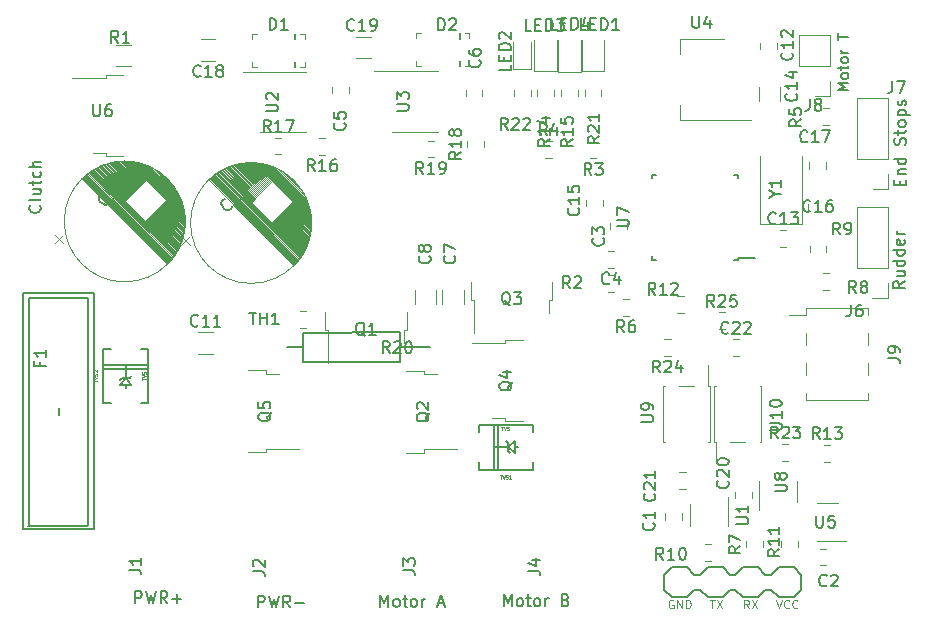
<source format=gbr>
G04 #@! TF.GenerationSoftware,KiCad,Pcbnew,5.1.5+dfsg1-2build2*
G04 #@! TF.CreationDate,2024-07-20T11:36:23-04:00*
G04 #@! TF.ProjectId,pypilot_controller,70797069-6c6f-4745-9f63-6f6e74726f6c,rev?*
G04 #@! TF.SameCoordinates,Original*
G04 #@! TF.FileFunction,Legend,Top*
G04 #@! TF.FilePolarity,Positive*
%FSLAX46Y46*%
G04 Gerber Fmt 4.6, Leading zero omitted, Abs format (unit mm)*
G04 Created by KiCad (PCBNEW 5.1.5+dfsg1-2build2) date 2024-07-20 11:36:23*
%MOMM*%
%LPD*%
G04 APERTURE LIST*
%ADD10C,0.150000*%
%ADD11C,0.200000*%
%ADD12C,0.180000*%
%ADD13C,0.120000*%
%ADD14C,0.127000*%
%ADD15C,0.100000*%
%ADD16C,0.203200*%
%ADD17C,0.074930*%
%ADD18C,0.076200*%
G04 APERTURE END LIST*
D10*
X4557142Y-17021428D02*
X4604761Y-17069047D01*
X4652380Y-17211904D01*
X4652380Y-17307142D01*
X4604761Y-17450000D01*
X4509523Y-17545238D01*
X4414285Y-17592857D01*
X4223809Y-17640476D01*
X4080952Y-17640476D01*
X3890476Y-17592857D01*
X3795238Y-17545238D01*
X3700000Y-17450000D01*
X3652380Y-17307142D01*
X3652380Y-17211904D01*
X3700000Y-17069047D01*
X3747619Y-17021428D01*
X4652380Y-16450000D02*
X4604761Y-16545238D01*
X4509523Y-16592857D01*
X3652380Y-16592857D01*
X3985714Y-15640476D02*
X4652380Y-15640476D01*
X3985714Y-16069047D02*
X4509523Y-16069047D01*
X4604761Y-16021428D01*
X4652380Y-15926190D01*
X4652380Y-15783333D01*
X4604761Y-15688095D01*
X4557142Y-15640476D01*
X3985714Y-15307142D02*
X3985714Y-14926190D01*
X3652380Y-15164285D02*
X4509523Y-15164285D01*
X4604761Y-15116666D01*
X4652380Y-15021428D01*
X4652380Y-14926190D01*
X4604761Y-14164285D02*
X4652380Y-14259523D01*
X4652380Y-14450000D01*
X4604761Y-14545238D01*
X4557142Y-14592857D01*
X4461904Y-14640476D01*
X4176190Y-14640476D01*
X4080952Y-14592857D01*
X4033333Y-14545238D01*
X3985714Y-14450000D01*
X3985714Y-14259523D01*
X4033333Y-14164285D01*
X4652380Y-13735714D02*
X3652380Y-13735714D01*
X4652380Y-13307142D02*
X4128571Y-13307142D01*
X4033333Y-13354761D01*
X3985714Y-13450000D01*
X3985714Y-13592857D01*
X4033333Y-13688095D01*
X4080952Y-13735714D01*
X43835714Y-50952380D02*
X43835714Y-49952380D01*
X44169047Y-50666666D01*
X44502380Y-49952380D01*
X44502380Y-50952380D01*
X45121428Y-50952380D02*
X45026190Y-50904761D01*
X44978571Y-50857142D01*
X44930952Y-50761904D01*
X44930952Y-50476190D01*
X44978571Y-50380952D01*
X45026190Y-50333333D01*
X45121428Y-50285714D01*
X45264285Y-50285714D01*
X45359523Y-50333333D01*
X45407142Y-50380952D01*
X45454761Y-50476190D01*
X45454761Y-50761904D01*
X45407142Y-50857142D01*
X45359523Y-50904761D01*
X45264285Y-50952380D01*
X45121428Y-50952380D01*
X45740476Y-50285714D02*
X46121428Y-50285714D01*
X45883333Y-49952380D02*
X45883333Y-50809523D01*
X45930952Y-50904761D01*
X46026190Y-50952380D01*
X46121428Y-50952380D01*
X46597619Y-50952380D02*
X46502380Y-50904761D01*
X46454761Y-50857142D01*
X46407142Y-50761904D01*
X46407142Y-50476190D01*
X46454761Y-50380952D01*
X46502380Y-50333333D01*
X46597619Y-50285714D01*
X46740476Y-50285714D01*
X46835714Y-50333333D01*
X46883333Y-50380952D01*
X46930952Y-50476190D01*
X46930952Y-50761904D01*
X46883333Y-50857142D01*
X46835714Y-50904761D01*
X46740476Y-50952380D01*
X46597619Y-50952380D01*
X47359523Y-50952380D02*
X47359523Y-50285714D01*
X47359523Y-50476190D02*
X47407142Y-50380952D01*
X47454761Y-50333333D01*
X47550000Y-50285714D01*
X47645238Y-50285714D01*
X49073809Y-50428571D02*
X49216666Y-50476190D01*
X49264285Y-50523809D01*
X49311904Y-50619047D01*
X49311904Y-50761904D01*
X49264285Y-50857142D01*
X49216666Y-50904761D01*
X49121428Y-50952380D01*
X48740476Y-50952380D01*
X48740476Y-49952380D01*
X49073809Y-49952380D01*
X49169047Y-50000000D01*
X49216666Y-50047619D01*
X49264285Y-50142857D01*
X49264285Y-50238095D01*
X49216666Y-50333333D01*
X49169047Y-50380952D01*
X49073809Y-50428571D01*
X48740476Y-50428571D01*
X33407142Y-51002380D02*
X33407142Y-50002380D01*
X33740476Y-50716666D01*
X34073809Y-50002380D01*
X34073809Y-51002380D01*
X34692857Y-51002380D02*
X34597619Y-50954761D01*
X34550000Y-50907142D01*
X34502380Y-50811904D01*
X34502380Y-50526190D01*
X34550000Y-50430952D01*
X34597619Y-50383333D01*
X34692857Y-50335714D01*
X34835714Y-50335714D01*
X34930952Y-50383333D01*
X34978571Y-50430952D01*
X35026190Y-50526190D01*
X35026190Y-50811904D01*
X34978571Y-50907142D01*
X34930952Y-50954761D01*
X34835714Y-51002380D01*
X34692857Y-51002380D01*
X35311904Y-50335714D02*
X35692857Y-50335714D01*
X35454761Y-50002380D02*
X35454761Y-50859523D01*
X35502380Y-50954761D01*
X35597619Y-51002380D01*
X35692857Y-51002380D01*
X36169047Y-51002380D02*
X36073809Y-50954761D01*
X36026190Y-50907142D01*
X35978571Y-50811904D01*
X35978571Y-50526190D01*
X36026190Y-50430952D01*
X36073809Y-50383333D01*
X36169047Y-50335714D01*
X36311904Y-50335714D01*
X36407142Y-50383333D01*
X36454761Y-50430952D01*
X36502380Y-50526190D01*
X36502380Y-50811904D01*
X36454761Y-50907142D01*
X36407142Y-50954761D01*
X36311904Y-51002380D01*
X36169047Y-51002380D01*
X36930952Y-51002380D02*
X36930952Y-50335714D01*
X36930952Y-50526190D02*
X36978571Y-50430952D01*
X37026190Y-50383333D01*
X37121428Y-50335714D01*
X37216666Y-50335714D01*
X38264285Y-50716666D02*
X38740476Y-50716666D01*
X38169047Y-51002380D02*
X38502380Y-50002380D01*
X38835714Y-51002380D01*
X23047619Y-51052380D02*
X23047619Y-50052380D01*
X23428571Y-50052380D01*
X23523809Y-50100000D01*
X23571428Y-50147619D01*
X23619047Y-50242857D01*
X23619047Y-50385714D01*
X23571428Y-50480952D01*
X23523809Y-50528571D01*
X23428571Y-50576190D01*
X23047619Y-50576190D01*
X23952380Y-50052380D02*
X24190476Y-51052380D01*
X24380952Y-50338095D01*
X24571428Y-51052380D01*
X24809523Y-50052380D01*
X25761904Y-51052380D02*
X25428571Y-50576190D01*
X25190476Y-51052380D02*
X25190476Y-50052380D01*
X25571428Y-50052380D01*
X25666666Y-50100000D01*
X25714285Y-50147619D01*
X25761904Y-50242857D01*
X25761904Y-50385714D01*
X25714285Y-50480952D01*
X25666666Y-50528571D01*
X25571428Y-50576190D01*
X25190476Y-50576190D01*
X26190476Y-50671428D02*
X26952380Y-50671428D01*
X12647619Y-50702380D02*
X12647619Y-49702380D01*
X13028571Y-49702380D01*
X13123809Y-49750000D01*
X13171428Y-49797619D01*
X13219047Y-49892857D01*
X13219047Y-50035714D01*
X13171428Y-50130952D01*
X13123809Y-50178571D01*
X13028571Y-50226190D01*
X12647619Y-50226190D01*
X13552380Y-49702380D02*
X13790476Y-50702380D01*
X13980952Y-49988095D01*
X14171428Y-50702380D01*
X14409523Y-49702380D01*
X15361904Y-50702380D02*
X15028571Y-50226190D01*
X14790476Y-50702380D02*
X14790476Y-49702380D01*
X15171428Y-49702380D01*
X15266666Y-49750000D01*
X15314285Y-49797619D01*
X15361904Y-49892857D01*
X15361904Y-50035714D01*
X15314285Y-50130952D01*
X15266666Y-50178571D01*
X15171428Y-50226190D01*
X14790476Y-50226190D01*
X15790476Y-50321428D02*
X16552380Y-50321428D01*
X16171428Y-50702380D02*
X16171428Y-49940476D01*
D11*
X77776180Y-23457914D02*
X77299990Y-23791247D01*
X77776180Y-24029342D02*
X76776180Y-24029342D01*
X76776180Y-23648390D01*
X76823800Y-23553152D01*
X76871419Y-23505533D01*
X76966657Y-23457914D01*
X77109514Y-23457914D01*
X77204752Y-23505533D01*
X77252371Y-23553152D01*
X77299990Y-23648390D01*
X77299990Y-24029342D01*
X77109514Y-22600771D02*
X77776180Y-22600771D01*
X77109514Y-23029342D02*
X77633323Y-23029342D01*
X77728561Y-22981723D01*
X77776180Y-22886485D01*
X77776180Y-22743628D01*
X77728561Y-22648390D01*
X77680942Y-22600771D01*
X77776180Y-21696009D02*
X76776180Y-21696009D01*
X77728561Y-21696009D02*
X77776180Y-21791247D01*
X77776180Y-21981723D01*
X77728561Y-22076961D01*
X77680942Y-22124580D01*
X77585704Y-22172200D01*
X77299990Y-22172200D01*
X77204752Y-22124580D01*
X77157133Y-22076961D01*
X77109514Y-21981723D01*
X77109514Y-21791247D01*
X77157133Y-21696009D01*
X77776180Y-20791247D02*
X76776180Y-20791247D01*
X77728561Y-20791247D02*
X77776180Y-20886485D01*
X77776180Y-21076961D01*
X77728561Y-21172200D01*
X77680942Y-21219819D01*
X77585704Y-21267438D01*
X77299990Y-21267438D01*
X77204752Y-21219819D01*
X77157133Y-21172200D01*
X77109514Y-21076961D01*
X77109514Y-20886485D01*
X77157133Y-20791247D01*
X77728561Y-19934104D02*
X77776180Y-20029342D01*
X77776180Y-20219819D01*
X77728561Y-20315057D01*
X77633323Y-20362676D01*
X77252371Y-20362676D01*
X77157133Y-20315057D01*
X77109514Y-20219819D01*
X77109514Y-20029342D01*
X77157133Y-19934104D01*
X77252371Y-19886485D01*
X77347609Y-19886485D01*
X77442847Y-20362676D01*
X77776180Y-19457914D02*
X77109514Y-19457914D01*
X77299990Y-19457914D02*
X77204752Y-19410295D01*
X77157133Y-19362676D01*
X77109514Y-19267438D01*
X77109514Y-19172200D01*
D12*
X73025742Y-7263314D02*
X72125742Y-7263314D01*
X72768600Y-6963314D01*
X72125742Y-6663314D01*
X73025742Y-6663314D01*
X73025742Y-6106171D02*
X72982885Y-6191885D01*
X72940028Y-6234742D01*
X72854314Y-6277600D01*
X72597171Y-6277600D01*
X72511457Y-6234742D01*
X72468600Y-6191885D01*
X72425742Y-6106171D01*
X72425742Y-5977600D01*
X72468600Y-5891885D01*
X72511457Y-5849028D01*
X72597171Y-5806171D01*
X72854314Y-5806171D01*
X72940028Y-5849028D01*
X72982885Y-5891885D01*
X73025742Y-5977600D01*
X73025742Y-6106171D01*
X72425742Y-5549028D02*
X72425742Y-5206171D01*
X72125742Y-5420457D02*
X72897171Y-5420457D01*
X72982885Y-5377600D01*
X73025742Y-5291885D01*
X73025742Y-5206171D01*
X73025742Y-4777600D02*
X72982885Y-4863314D01*
X72940028Y-4906171D01*
X72854314Y-4949028D01*
X72597171Y-4949028D01*
X72511457Y-4906171D01*
X72468600Y-4863314D01*
X72425742Y-4777600D01*
X72425742Y-4649028D01*
X72468600Y-4563314D01*
X72511457Y-4520457D01*
X72597171Y-4477600D01*
X72854314Y-4477600D01*
X72940028Y-4520457D01*
X72982885Y-4563314D01*
X73025742Y-4649028D01*
X73025742Y-4777600D01*
X73025742Y-4091885D02*
X72425742Y-4091885D01*
X72597171Y-4091885D02*
X72511457Y-4049028D01*
X72468600Y-4006171D01*
X72425742Y-3920457D01*
X72425742Y-3834742D01*
X72125742Y-2977600D02*
X72125742Y-2463314D01*
X73025742Y-2720457D02*
X72125742Y-2720457D01*
D11*
X77373171Y-15306228D02*
X77373171Y-14972895D01*
X77896980Y-14830038D02*
X77896980Y-15306228D01*
X76896980Y-15306228D01*
X76896980Y-14830038D01*
X77230314Y-14401466D02*
X77896980Y-14401466D01*
X77325552Y-14401466D02*
X77277933Y-14353847D01*
X77230314Y-14258609D01*
X77230314Y-14115752D01*
X77277933Y-14020514D01*
X77373171Y-13972895D01*
X77896980Y-13972895D01*
X77896980Y-13068133D02*
X76896980Y-13068133D01*
X77849361Y-13068133D02*
X77896980Y-13163371D01*
X77896980Y-13353847D01*
X77849361Y-13449085D01*
X77801742Y-13496704D01*
X77706504Y-13544323D01*
X77420790Y-13544323D01*
X77325552Y-13496704D01*
X77277933Y-13449085D01*
X77230314Y-13353847D01*
X77230314Y-13163371D01*
X77277933Y-13068133D01*
X77849361Y-11877657D02*
X77896980Y-11734800D01*
X77896980Y-11496704D01*
X77849361Y-11401466D01*
X77801742Y-11353847D01*
X77706504Y-11306228D01*
X77611266Y-11306228D01*
X77516028Y-11353847D01*
X77468409Y-11401466D01*
X77420790Y-11496704D01*
X77373171Y-11687180D01*
X77325552Y-11782419D01*
X77277933Y-11830038D01*
X77182695Y-11877657D01*
X77087457Y-11877657D01*
X76992219Y-11830038D01*
X76944600Y-11782419D01*
X76896980Y-11687180D01*
X76896980Y-11449085D01*
X76944600Y-11306228D01*
X77230314Y-11020514D02*
X77230314Y-10639561D01*
X76896980Y-10877657D02*
X77754123Y-10877657D01*
X77849361Y-10830038D01*
X77896980Y-10734800D01*
X77896980Y-10639561D01*
X77896980Y-10163371D02*
X77849361Y-10258609D01*
X77801742Y-10306228D01*
X77706504Y-10353847D01*
X77420790Y-10353847D01*
X77325552Y-10306228D01*
X77277933Y-10258609D01*
X77230314Y-10163371D01*
X77230314Y-10020514D01*
X77277933Y-9925276D01*
X77325552Y-9877657D01*
X77420790Y-9830038D01*
X77706504Y-9830038D01*
X77801742Y-9877657D01*
X77849361Y-9925276D01*
X77896980Y-10020514D01*
X77896980Y-10163371D01*
X77230314Y-9401466D02*
X78230314Y-9401466D01*
X77277933Y-9401466D02*
X77230314Y-9306228D01*
X77230314Y-9115752D01*
X77277933Y-9020514D01*
X77325552Y-8972895D01*
X77420790Y-8925276D01*
X77706504Y-8925276D01*
X77801742Y-8972895D01*
X77849361Y-9020514D01*
X77896980Y-9115752D01*
X77896980Y-9306228D01*
X77849361Y-9401466D01*
X77849361Y-8544323D02*
X77896980Y-8449085D01*
X77896980Y-8258609D01*
X77849361Y-8163371D01*
X77754123Y-8115752D01*
X77706504Y-8115752D01*
X77611266Y-8163371D01*
X77563647Y-8258609D01*
X77563647Y-8401466D01*
X77516028Y-8496704D01*
X77420790Y-8544323D01*
X77373171Y-8544323D01*
X77277933Y-8496704D01*
X77230314Y-8401466D01*
X77230314Y-8258609D01*
X77277933Y-8163371D01*
D13*
X47377522Y-11570000D02*
X47894678Y-11570000D01*
X47377522Y-12990000D02*
X47894678Y-12990000D01*
X69637400Y-16934922D02*
X69637400Y-17452078D01*
X71057400Y-16934922D02*
X71057400Y-17452078D01*
X52837400Y-18535922D02*
X52837400Y-19053078D01*
X54257400Y-18535922D02*
X54257400Y-19053078D01*
X30758200Y-7005822D02*
X30758200Y-7522978D01*
X29338200Y-7005822D02*
X29338200Y-7522978D01*
X42026200Y-7264522D02*
X42026200Y-7781678D01*
X40606200Y-7264522D02*
X40606200Y-7781678D01*
X38637600Y-24172536D02*
X38637600Y-25376664D01*
X40457600Y-24172536D02*
X40457600Y-25376664D01*
X38107600Y-24197536D02*
X38107600Y-25401664D01*
X36287600Y-24197536D02*
X36287600Y-25401664D01*
X65558600Y-3246622D02*
X65558600Y-3763778D01*
X66978600Y-3246622D02*
X66978600Y-3763778D01*
X65434800Y-8171264D02*
X65434800Y-6967136D01*
X67254800Y-8171264D02*
X67254800Y-6967136D01*
X50837400Y-16535922D02*
X50837400Y-17053078D01*
X52257400Y-16535922D02*
X52257400Y-17053078D01*
X69673400Y-13896078D02*
X69673400Y-13378922D01*
X71093400Y-13896078D02*
X71093400Y-13378922D01*
D10*
X8550000Y-44140000D02*
X3550000Y-44140000D01*
X8650000Y-24840000D02*
X8650000Y-44040000D01*
X3650000Y-24840000D02*
X8650000Y-24840000D01*
X3650000Y-44040000D02*
X3650000Y-24840000D01*
X9150000Y-44440000D02*
X3150000Y-44440000D01*
X9150000Y-24440000D02*
X9150000Y-44440000D01*
X3150000Y-24440000D02*
X9150000Y-24440000D01*
X3150000Y-44440000D02*
X3150000Y-24440000D01*
X6150000Y-34140000D02*
X6150000Y-34740000D01*
D13*
X76387000Y-24901200D02*
X75057000Y-24901200D01*
X76387000Y-23571200D02*
X76387000Y-24901200D01*
X76387000Y-22301200D02*
X73727000Y-22301200D01*
X73727000Y-22301200D02*
X73727000Y-17161200D01*
X76387000Y-22301200D02*
X76387000Y-17161200D01*
X76387000Y-17161200D02*
X73727000Y-17161200D01*
X76412400Y-7915600D02*
X73752400Y-7915600D01*
X76412400Y-13055600D02*
X76412400Y-7915600D01*
X73752400Y-13055600D02*
X73752400Y-7915600D01*
X76412400Y-13055600D02*
X73752400Y-13055600D01*
X76412400Y-14325600D02*
X76412400Y-15655600D01*
X76412400Y-15655600D02*
X75082400Y-15655600D01*
X71499800Y-2578800D02*
X68839800Y-2578800D01*
X71499800Y-5178800D02*
X71499800Y-2578800D01*
X68839800Y-5178800D02*
X68839800Y-2578800D01*
X71499800Y-5178800D02*
X68839800Y-5178800D01*
X71499800Y-6448800D02*
X71499800Y-7778800D01*
X71499800Y-7778800D02*
X70169800Y-7778800D01*
X50438800Y-2990400D02*
X50438800Y-5675400D01*
X50438800Y-5675400D02*
X52358800Y-5675400D01*
X52358800Y-5675400D02*
X52358800Y-2990400D01*
X12260664Y-5253400D02*
X11056536Y-5253400D01*
X12260664Y-3433400D02*
X11056536Y-3433400D01*
X52677322Y-24332000D02*
X53194478Y-24332000D01*
X52677322Y-22912000D02*
X53194478Y-22912000D01*
X70861422Y-10184200D02*
X71378578Y-10184200D01*
X70861422Y-8764200D02*
X71378578Y-8764200D01*
X54464478Y-26364000D02*
X53947322Y-26364000D01*
X54464478Y-24944000D02*
X53947322Y-24944000D01*
X70861422Y-24179600D02*
X71378578Y-24179600D01*
X70861422Y-22759600D02*
X71378578Y-22759600D01*
X59068478Y-26142000D02*
X58551322Y-26142000D01*
X59068478Y-24722000D02*
X58551322Y-24722000D01*
X28731978Y-11304200D02*
X28214822Y-11304200D01*
X28731978Y-12724200D02*
X28214822Y-12724200D01*
X24481022Y-11278800D02*
X24998178Y-11278800D01*
X24481022Y-12698800D02*
X24998178Y-12698800D01*
X40717400Y-12094978D02*
X40717400Y-11577822D01*
X42137400Y-12094978D02*
X42137400Y-11577822D01*
X37926778Y-11532800D02*
X37409622Y-11532800D01*
X37926778Y-12952800D02*
X37409622Y-12952800D01*
X50688800Y-7219322D02*
X50688800Y-7736478D01*
X52108800Y-7219322D02*
X52108800Y-7736478D01*
X46108800Y-7219322D02*
X46108800Y-7736478D01*
X44688800Y-7219322D02*
X44688800Y-7736478D01*
X27071078Y-27360000D02*
X26553922Y-27360000D01*
X27071078Y-25940000D02*
X26553922Y-25940000D01*
D14*
X44177000Y-37475000D02*
X43067020Y-37475000D01*
X44177000Y-37157500D02*
X44019520Y-37000020D01*
X44177000Y-37475000D02*
X44177000Y-37157500D01*
X44177000Y-37792500D02*
X44334480Y-37949980D01*
X44177000Y-37475000D02*
X44177000Y-37792500D01*
X44812000Y-37000020D02*
X44177000Y-37475000D01*
X44812000Y-37475000D02*
X44812000Y-37000020D01*
X44812000Y-37949980D02*
X44812000Y-37475000D01*
X44177000Y-37475000D02*
X44812000Y-37949980D01*
X46336000Y-38745000D02*
X46336000Y-39380000D01*
X41764000Y-35570000D02*
X41764000Y-36205000D01*
X46336000Y-35570000D02*
X41764000Y-35570000D01*
X46336000Y-36205000D02*
X46336000Y-35570000D01*
X43059400Y-35570000D02*
X43059400Y-39380000D01*
X43389600Y-35570000D02*
X43389600Y-39380000D01*
X41764000Y-39380000D02*
X41764000Y-38745000D01*
X46336000Y-39380000D02*
X41764000Y-39380000D01*
X44812000Y-37475000D02*
X45015200Y-37475000D01*
D13*
X65535400Y-12866000D02*
X65535400Y-18616000D01*
X65535400Y-18616000D02*
X69135400Y-18616000D01*
X69135400Y-18616000D02*
X69135400Y-12866000D01*
X69737400Y-20984978D02*
X69737400Y-20467822D01*
X71157400Y-20984978D02*
X71157400Y-20467822D01*
D15*
X26201580Y-2508920D02*
X26201580Y-2968660D01*
X26201580Y-2968660D02*
X26125380Y-2968660D01*
X26125380Y-2968660D02*
X26125380Y-2508920D01*
X26125380Y-2508920D02*
X26201580Y-2508920D01*
X26201580Y-5310540D02*
X26201580Y-4845720D01*
X26201580Y-4845720D02*
X26125380Y-4845720D01*
X26125380Y-4845720D02*
X26125380Y-5310540D01*
X26125380Y-5310540D02*
X26201580Y-5310540D01*
X22511400Y-2511000D02*
X22911400Y-2511000D01*
X22511400Y-2511000D02*
X22511400Y-2911000D01*
X27011400Y-2511000D02*
X26611400Y-2511000D01*
X27011400Y-2511000D02*
X27011400Y-2911000D01*
X27011400Y-5311000D02*
X27011400Y-4911000D01*
X27011400Y-5311000D02*
X26611400Y-5311000D01*
X22511400Y-5311000D02*
X22911400Y-5311000D01*
X22511400Y-5311000D02*
X22511400Y-4911000D01*
X40124380Y-2433320D02*
X40124380Y-2893060D01*
X40124380Y-2893060D02*
X40048180Y-2893060D01*
X40048180Y-2893060D02*
X40048180Y-2433320D01*
X40048180Y-2433320D02*
X40124380Y-2433320D01*
X40124380Y-5234940D02*
X40124380Y-4770120D01*
X40124380Y-4770120D02*
X40048180Y-4770120D01*
X40048180Y-4770120D02*
X40048180Y-5234940D01*
X40048180Y-5234940D02*
X40124380Y-5234940D01*
X36434200Y-2435400D02*
X36834200Y-2435400D01*
X36434200Y-2435400D02*
X36434200Y-2835400D01*
X40934200Y-2435400D02*
X40534200Y-2435400D01*
X40934200Y-2435400D02*
X40934200Y-2835400D01*
X40934200Y-5235400D02*
X40934200Y-4835400D01*
X40934200Y-5235400D02*
X40534200Y-5235400D01*
X36434200Y-5235400D02*
X36834200Y-5235400D01*
X36434200Y-5235400D02*
X36434200Y-4835400D01*
D13*
X46438800Y-2990400D02*
X46438800Y-5675400D01*
X46438800Y-5675400D02*
X48358800Y-5675400D01*
X48358800Y-5675400D02*
X48358800Y-2990400D01*
X51694678Y-13040000D02*
X51177522Y-13040000D01*
X51694678Y-11620000D02*
X51177522Y-11620000D01*
X48438800Y-3002900D02*
X48438800Y-5687900D01*
X48438800Y-5687900D02*
X50358800Y-5687900D01*
X50358800Y-5687900D02*
X50358800Y-3002900D01*
X46688800Y-7244322D02*
X46688800Y-7761478D01*
X48108800Y-7244322D02*
X48108800Y-7761478D01*
X50108800Y-7219322D02*
X50108800Y-7736478D01*
X48688800Y-7219322D02*
X48688800Y-7736478D01*
X19423464Y-4770800D02*
X18219336Y-4770800D01*
X19423464Y-2950800D02*
X18219336Y-2950800D01*
X32580664Y-2722200D02*
X31376536Y-2722200D01*
X32580664Y-4542200D02*
X31376536Y-4542200D01*
X17997936Y-27740000D02*
X19202064Y-27740000D01*
X17997936Y-29560000D02*
X19202064Y-29560000D01*
X53194478Y-20880000D02*
X52677322Y-20880000D01*
X53194478Y-22300000D02*
X52677322Y-22300000D01*
X67252322Y-19102000D02*
X67769478Y-19102000D01*
X67252322Y-20522000D02*
X67769478Y-20522000D01*
X44663800Y-3177900D02*
X44663800Y-5462900D01*
X44663800Y-5462900D02*
X46133800Y-5462900D01*
X46133800Y-5462900D02*
X46133800Y-3177900D01*
X57506800Y-43616378D02*
X57506800Y-43099222D01*
X58926800Y-43616378D02*
X58926800Y-43099222D01*
X70605122Y-46076800D02*
X71122278Y-46076800D01*
X70605122Y-47496800D02*
X71122278Y-47496800D01*
X63450400Y-41270422D02*
X63450400Y-41787578D01*
X64870400Y-41270422D02*
X64870400Y-41787578D01*
X59237378Y-39574400D02*
X58720222Y-39574400D01*
X59237378Y-40994400D02*
X58720222Y-40994400D01*
X63241422Y-28373000D02*
X63758578Y-28373000D01*
X63241422Y-29793000D02*
X63758578Y-29793000D01*
D16*
X59356800Y-50190400D02*
X58086800Y-50190400D01*
X58086800Y-50190400D02*
X57451800Y-49555400D01*
X57451800Y-48285400D02*
X58086800Y-47650400D01*
X63031800Y-49555400D02*
X62396800Y-50190400D01*
X62396800Y-50190400D02*
X61126800Y-50190400D01*
X61126800Y-50190400D02*
X60491800Y-49555400D01*
X60491800Y-48285400D02*
X61126800Y-47650400D01*
X61126800Y-47650400D02*
X62396800Y-47650400D01*
X62396800Y-47650400D02*
X63031800Y-48285400D01*
X59356800Y-50190400D02*
X59991800Y-49555400D01*
X59991800Y-48285400D02*
X59356800Y-47650400D01*
X58086800Y-47650400D02*
X59356800Y-47650400D01*
X68376800Y-50190400D02*
X67106800Y-50190400D01*
X67106800Y-50190400D02*
X66471800Y-49555400D01*
X66471800Y-48285400D02*
X67106800Y-47650400D01*
X65971800Y-49555400D02*
X65336800Y-50190400D01*
X65336800Y-50190400D02*
X64066800Y-50190400D01*
X64066800Y-50190400D02*
X63431800Y-49555400D01*
X63431800Y-48285400D02*
X64066800Y-47650400D01*
X64066800Y-47650400D02*
X65336800Y-47650400D01*
X65336800Y-47650400D02*
X65971800Y-48285400D01*
X69011800Y-49555400D02*
X69011800Y-48285400D01*
X68376800Y-50190400D02*
X69011800Y-49555400D01*
X69011800Y-48285400D02*
X68376800Y-47650400D01*
X67106800Y-47650400D02*
X68376800Y-47650400D01*
X57451800Y-49555400D02*
X57451800Y-48285400D01*
X60491800Y-48285400D02*
X59991800Y-48285400D01*
X59991800Y-49555400D02*
X60491800Y-49555400D01*
X63031800Y-49555400D02*
X63431800Y-49555400D01*
X63031800Y-48285400D02*
X63431800Y-48285400D01*
X65971800Y-48285400D02*
X66471800Y-48285400D01*
X66471800Y-49555400D02*
X65971800Y-49555400D01*
D10*
X26855100Y-27825700D02*
X35046600Y-27762200D01*
X26855100Y-30302200D02*
X26855100Y-27825700D01*
X35046600Y-30302200D02*
X26855100Y-30302200D01*
X26791600Y-29032200D02*
X25521600Y-29032200D01*
X35046600Y-29032200D02*
X37586600Y-29032200D01*
X35046600Y-27762200D02*
X35046600Y-30302200D01*
D13*
X62798600Y-44139400D02*
X62798600Y-41689400D01*
X59578600Y-42339400D02*
X59578600Y-44139400D01*
X72172400Y-42255800D02*
X70372400Y-42255800D01*
X70372400Y-45475800D02*
X72822400Y-45475800D01*
X68691400Y-42124200D02*
X68691400Y-40324200D01*
X65471400Y-40324200D02*
X65471400Y-42774200D01*
X61309000Y-37070600D02*
X61159000Y-37070600D01*
X61309000Y-32270600D02*
X61309000Y-37070600D01*
X61159000Y-32270600D02*
X61309000Y-32270600D01*
X57309000Y-32270600D02*
X57459000Y-32270600D01*
X57309000Y-37070600D02*
X57309000Y-32270600D01*
X57459000Y-37070600D02*
X57309000Y-37070600D01*
X58659000Y-32270600D02*
X59959000Y-32270600D01*
X61159000Y-32270600D02*
X61159000Y-30570600D01*
X61802400Y-37071000D02*
X61802400Y-38771000D01*
X64302400Y-37071000D02*
X63002400Y-37071000D01*
X65502400Y-32271000D02*
X65652400Y-32271000D01*
X65652400Y-32271000D02*
X65652400Y-37071000D01*
X65652400Y-37071000D02*
X65502400Y-37071000D01*
X61802400Y-37071000D02*
X61652400Y-37071000D01*
X61652400Y-37071000D02*
X61652400Y-32271000D01*
X61652400Y-32271000D02*
X61802400Y-32271000D01*
X65784800Y-45978578D02*
X65784800Y-45461422D01*
X64364800Y-45978578D02*
X64364800Y-45461422D01*
X61396378Y-47090400D02*
X60879222Y-47090400D01*
X61396378Y-45670400D02*
X60879222Y-45670400D01*
X67311200Y-45461422D02*
X67311200Y-45978578D01*
X68731200Y-45461422D02*
X68731200Y-45978578D01*
X70963022Y-37288400D02*
X71480178Y-37288400D01*
X70963022Y-38708400D02*
X71480178Y-38708400D01*
X67432422Y-37237600D02*
X67949578Y-37237600D01*
X67432422Y-38657600D02*
X67949578Y-38657600D01*
X57967378Y-28347600D02*
X57450222Y-28347600D01*
X57967378Y-29767600D02*
X57450222Y-29767600D01*
X62047622Y-26087000D02*
X62564778Y-26087000D01*
X62047622Y-27507000D02*
X62564778Y-27507000D01*
X16869967Y-18374433D02*
G75*
G03X16869967Y-18374433I-5120000J0D01*
G01*
X8157865Y-14782331D02*
X15342069Y-21966535D01*
X8186149Y-14754046D02*
X15370354Y-21938251D01*
X8214433Y-14725762D02*
X15398638Y-21909967D01*
X8243424Y-14698185D02*
X15426215Y-21880976D01*
X8272416Y-14670608D02*
X15453792Y-21851984D01*
X8301407Y-14643031D02*
X15481369Y-21822993D01*
X8331106Y-14616160D02*
X15508240Y-21793294D01*
X8360804Y-14589290D02*
X15535110Y-21763596D01*
X8391210Y-14563127D02*
X15561273Y-21733190D01*
X8420908Y-14536257D02*
X15588143Y-21703492D01*
X8451314Y-14510094D02*
X15614306Y-21673086D01*
X8481719Y-14483931D02*
X15640469Y-21642681D01*
X8512832Y-14458476D02*
X15665924Y-21611568D01*
X8543945Y-14433020D02*
X15691380Y-21580455D01*
X8575058Y-14407564D02*
X15716836Y-21549342D01*
X8606877Y-14382815D02*
X15741585Y-21517523D01*
X8638697Y-14358066D02*
X15766334Y-21485703D01*
X8670517Y-14333318D02*
X15791082Y-21453883D01*
X8703044Y-14307862D02*
X15816538Y-21421356D01*
X8735571Y-14283820D02*
X15840580Y-21388829D01*
X8768098Y-14259779D02*
X15864621Y-21356302D01*
X8801332Y-14236444D02*
X15887956Y-21323068D01*
X8834566Y-14213110D02*
X15911290Y-21289834D01*
X8867800Y-14189775D02*
X15934625Y-21256600D01*
X8901034Y-14166441D02*
X15957959Y-21223366D01*
X8934975Y-14143813D02*
X15980587Y-21189425D01*
X8968916Y-14121186D02*
X16003214Y-21155484D01*
X9003564Y-14099265D02*
X16025135Y-21120836D01*
X9038212Y-14077345D02*
X16047055Y-21086188D01*
X9072861Y-14055425D02*
X16068975Y-21051539D01*
X9107509Y-14033504D02*
X16090896Y-21016891D01*
X9142864Y-14012291D02*
X16112109Y-20981536D01*
X9178220Y-13991078D02*
X11778251Y-16591110D01*
X13533290Y-18346149D02*
X16133322Y-20946180D01*
X9214282Y-13970572D02*
X11806536Y-16562825D01*
X13561575Y-18317864D02*
X16153828Y-20910118D01*
X9249637Y-13949359D02*
X11834820Y-16534541D01*
X13589859Y-18289580D02*
X16175041Y-20874763D01*
X9286407Y-13929560D02*
X11863104Y-16506257D01*
X13618143Y-18261296D02*
X16194840Y-20837993D01*
X9322469Y-13909054D02*
X11891388Y-16477973D01*
X13646427Y-18233012D02*
X16215346Y-20801931D01*
X9359239Y-13889255D02*
X11919673Y-16449688D01*
X13674712Y-18204727D02*
X16235145Y-20765161D01*
X9396009Y-13869456D02*
X11947957Y-16421404D01*
X13702996Y-18176443D02*
X16254944Y-20728391D01*
X9433485Y-13850364D02*
X11976241Y-16393120D01*
X13731280Y-18148159D02*
X16274036Y-20690915D01*
X9470962Y-13831272D02*
X12004525Y-16364836D01*
X13759564Y-18119875D02*
X16293128Y-20653438D01*
X9508439Y-13812180D02*
X12032810Y-16336551D01*
X13787849Y-18091590D02*
X16312220Y-20615961D01*
X9546622Y-13793795D02*
X12061094Y-16308267D01*
X13816133Y-18063306D02*
X16330605Y-20577778D01*
X9584806Y-13775410D02*
X12089378Y-16279983D01*
X13844417Y-18035022D02*
X16348990Y-20539594D01*
X9623697Y-13757733D02*
X12117663Y-16251698D01*
X13872702Y-18006737D02*
X16366667Y-20500703D01*
X9661881Y-13739348D02*
X12145947Y-16223414D01*
X13900986Y-17978453D02*
X16385052Y-20462519D01*
X9701479Y-13722377D02*
X12174231Y-16195130D01*
X13929270Y-17950169D02*
X16402023Y-20422921D01*
X9740370Y-13704700D02*
X12202515Y-16166846D01*
X13957554Y-17921885D02*
X16419700Y-20384030D01*
X9779968Y-13687729D02*
X12230800Y-16138561D01*
X13985839Y-17893600D02*
X16436671Y-20344432D01*
X9820273Y-13671466D02*
X12259084Y-16110277D01*
X14014123Y-17865316D02*
X16452934Y-20304127D01*
X9859871Y-13654495D02*
X12287368Y-16081993D01*
X14042407Y-17837032D02*
X16469905Y-20264529D01*
X9900176Y-13638232D02*
X12315652Y-16053709D01*
X14070691Y-17808748D02*
X16486168Y-20224224D01*
X9941188Y-13622675D02*
X12343937Y-16025424D01*
X14098976Y-17780463D02*
X16501725Y-20183212D01*
X9982200Y-13607119D02*
X12372221Y-15997140D01*
X14127260Y-17752179D02*
X16517281Y-20142200D01*
X10023212Y-13591563D02*
X12400505Y-15968856D01*
X14155544Y-17723895D02*
X16532837Y-20101188D01*
X10064932Y-13576713D02*
X12428790Y-15940571D01*
X14183829Y-17695610D02*
X16547687Y-20059468D01*
X10107358Y-13562571D02*
X12457074Y-15912287D01*
X14212113Y-17667326D02*
X16561829Y-20017042D01*
X10149077Y-13547722D02*
X12485358Y-15884003D01*
X14240397Y-17639042D02*
X16576678Y-19975323D01*
X10191504Y-13533580D02*
X12513642Y-15855719D01*
X14268681Y-17610758D02*
X16590820Y-19932896D01*
X10234637Y-13520145D02*
X12541927Y-15827434D01*
X14296966Y-17582473D02*
X16604255Y-19889763D01*
X10277771Y-13506710D02*
X12570211Y-15799150D01*
X14325250Y-17554189D02*
X16617690Y-19846629D01*
X10320904Y-13493275D02*
X12598495Y-15770866D01*
X14353534Y-17525905D02*
X16631125Y-19803496D01*
X10364745Y-13480547D02*
X12626779Y-15742582D01*
X14381818Y-17497621D02*
X16643853Y-19759655D01*
X10409293Y-13468526D02*
X12655064Y-15714297D01*
X14410103Y-17469336D02*
X16655874Y-19715107D01*
X10453133Y-13455798D02*
X12683348Y-15686013D01*
X14438387Y-17441052D02*
X16668602Y-19671267D01*
X10498388Y-13444485D02*
X12711632Y-15657729D01*
X14466671Y-17412768D02*
X16679915Y-19626012D01*
X10543643Y-13433171D02*
X12739916Y-15629444D01*
X14494956Y-17384484D02*
X16691229Y-19580757D01*
X10588898Y-13421857D02*
X12768201Y-15601160D01*
X14523240Y-17356199D02*
X16702543Y-19535502D01*
X10634860Y-13411251D02*
X12796485Y-15572876D01*
X14551524Y-17327915D02*
X16713149Y-19489540D01*
X10680822Y-13400644D02*
X12824769Y-15544592D01*
X14579808Y-17299631D02*
X16723756Y-19443578D01*
X10727491Y-13390744D02*
X12853054Y-15516307D01*
X14608093Y-17271346D02*
X16733656Y-19396909D01*
X10774160Y-13380845D02*
X12881338Y-15488023D01*
X14636377Y-17243062D02*
X16743555Y-19350240D01*
X10821536Y-13371653D02*
X12909622Y-15459739D01*
X14664661Y-17214778D02*
X16752747Y-19302864D01*
X10869619Y-13363167D02*
X12937906Y-15431455D01*
X14692945Y-17186494D02*
X16761233Y-19254781D01*
X10917702Y-13354682D02*
X12966191Y-15403170D01*
X14721230Y-17158209D02*
X16769718Y-19206698D01*
X10965786Y-13346197D02*
X12994475Y-15374886D01*
X14749514Y-17129925D02*
X16778203Y-19158614D01*
X11015283Y-13339126D02*
X13022759Y-15346602D01*
X14777798Y-17101641D02*
X16785274Y-19109117D01*
X11064781Y-13332055D02*
X13051043Y-15318317D01*
X14806083Y-17073357D02*
X16792345Y-19059619D01*
X11114278Y-13324983D02*
X13079328Y-15290033D01*
X14834367Y-17045072D02*
X16799417Y-19010122D01*
X11164483Y-13318620D02*
X13107612Y-15261749D01*
X14862651Y-17016788D02*
X16805780Y-18959917D01*
X11215394Y-13312963D02*
X13135896Y-15233465D01*
X14890935Y-16988504D02*
X16811437Y-18909006D01*
X11266306Y-13307306D02*
X13164181Y-15205180D01*
X14919220Y-16960219D02*
X16817094Y-18858094D01*
X11317925Y-13302356D02*
X13192465Y-15176896D01*
X14947504Y-16931935D02*
X16822044Y-18806475D01*
X11370251Y-13298113D02*
X13220749Y-15148612D01*
X14975788Y-16903651D02*
X16826287Y-18754149D01*
X11422577Y-13293871D02*
X13249033Y-15120328D01*
X15004072Y-16875367D02*
X16830529Y-18701823D01*
X11475610Y-13290335D02*
X13277318Y-15092043D01*
X15032357Y-16847082D02*
X16834065Y-18648790D01*
X11529350Y-13287507D02*
X13305602Y-15063759D01*
X15060641Y-16818798D02*
X16836893Y-18595050D01*
X11583797Y-13285385D02*
X13333886Y-15035475D01*
X15088925Y-16790514D02*
X16839015Y-18540603D01*
X11638244Y-13283264D02*
X13362170Y-15007191D01*
X15117209Y-16762230D02*
X16841136Y-18486156D01*
X11694106Y-13282557D02*
X13390455Y-14978906D01*
X15145494Y-16733945D02*
X16841843Y-18430294D01*
X11749967Y-13281850D02*
X13418739Y-14950622D01*
X15173778Y-16705661D02*
X16842550Y-18374433D01*
X11806536Y-13281850D02*
X13447023Y-14922338D01*
X15202062Y-16677377D02*
X16842550Y-18317864D01*
X11863811Y-13282557D02*
X13475308Y-14894053D01*
X15230347Y-16649092D02*
X16841843Y-18260589D01*
X11921794Y-13283971D02*
X13503592Y-14865769D01*
X15258631Y-16620808D02*
X16840429Y-18202606D01*
X11979777Y-13285385D02*
X16839015Y-18144623D01*
X12039174Y-13288214D02*
X16836186Y-18085226D01*
X12099278Y-13291749D02*
X16832651Y-18025122D01*
X12160089Y-13295992D02*
X16828408Y-17964311D01*
X12221607Y-13300942D02*
X16823458Y-17902793D01*
X12283833Y-13306599D02*
X16817801Y-17840567D01*
X12347472Y-13313670D02*
X16810730Y-17776928D01*
X12411112Y-13320741D02*
X16803659Y-17713288D01*
X12476166Y-13329226D02*
X16795174Y-17648234D01*
X12542634Y-13339126D02*
X16785274Y-17581766D01*
X12609809Y-13349732D02*
X16774668Y-17514591D01*
X12677691Y-13361046D02*
X16763354Y-17446709D01*
X12747695Y-13374481D02*
X16749919Y-17376705D01*
X12818405Y-13388623D02*
X16735777Y-17305995D01*
X12889823Y-13403472D02*
X16720928Y-17234577D01*
X12963362Y-13420443D02*
X16703957Y-17161038D01*
X13038316Y-13438828D02*
X16685572Y-17086084D01*
X13115390Y-13459334D02*
X16665066Y-17009010D01*
X13193879Y-13481254D02*
X16643146Y-16930521D01*
X13274489Y-13505296D02*
X16619104Y-16849911D01*
X13356514Y-13530752D02*
X16593648Y-16767886D01*
X13441366Y-13559036D02*
X16565364Y-16683034D01*
X13529048Y-13590149D02*
X16534251Y-16595352D01*
X13619557Y-13624090D02*
X16500310Y-16504843D01*
X13713603Y-13661566D02*
X16462834Y-16410797D01*
X13811183Y-13702578D02*
X16421822Y-16313217D01*
X13913007Y-13747833D02*
X16376567Y-16211393D01*
X14020487Y-13798745D02*
X16325655Y-16103913D01*
X14133624Y-13855314D02*
X16269086Y-15990776D01*
X14255246Y-13920367D02*
X16204033Y-15869154D01*
X14388182Y-13996735D02*
X16127665Y-15736218D01*
X14535261Y-14087245D02*
X16037155Y-15589139D01*
X14704966Y-14200382D02*
X15924018Y-15419434D01*
X14919220Y-14358066D02*
X15766334Y-15205180D01*
X5842340Y-20216196D02*
X6549447Y-19509089D01*
X5842340Y-19509089D02*
X6549447Y-20216196D01*
X16535740Y-19636089D02*
X17242847Y-20343196D01*
X16535740Y-20343196D02*
X17242847Y-19636089D01*
X25612620Y-14485066D02*
X26459734Y-15332180D01*
X25398366Y-14327382D02*
X26617418Y-15546434D01*
X25228661Y-14214245D02*
X26730555Y-15716139D01*
X25081582Y-14123735D02*
X26821065Y-15863218D01*
X24948646Y-14047367D02*
X26897433Y-15996154D01*
X24827024Y-13982314D02*
X26962486Y-16117776D01*
X24713887Y-13925745D02*
X27019055Y-16230913D01*
X24606407Y-13874833D02*
X27069967Y-16338393D01*
X24504583Y-13829578D02*
X27115222Y-16440217D01*
X24407003Y-13788566D02*
X27156234Y-16537797D01*
X24312957Y-13751090D02*
X27193710Y-16631843D01*
X24222448Y-13717149D02*
X27227651Y-16722352D01*
X24134766Y-13686036D02*
X27258764Y-16810034D01*
X24049914Y-13657752D02*
X27287048Y-16894886D01*
X23967889Y-13632296D02*
X27312504Y-16976911D01*
X23887279Y-13608254D02*
X27336546Y-17057521D01*
X23808790Y-13586334D02*
X27358466Y-17136010D01*
X23731716Y-13565828D02*
X27378972Y-17213084D01*
X23656762Y-13547443D02*
X27397357Y-17288038D01*
X23583223Y-13530472D02*
X27414328Y-17361577D01*
X23511805Y-13515623D02*
X27429177Y-17432995D01*
X23441095Y-13501481D02*
X27443319Y-17503705D01*
X23371091Y-13488046D02*
X27456754Y-17573709D01*
X23303209Y-13476732D02*
X27468068Y-17641591D01*
X23236034Y-13466126D02*
X27478674Y-17708766D01*
X23169566Y-13456226D02*
X27488574Y-17775234D01*
X23104512Y-13447741D02*
X27497059Y-17840288D01*
X23040872Y-13440670D02*
X27504130Y-17903928D01*
X22977233Y-13433599D02*
X27511201Y-17967567D01*
X22915007Y-13427942D02*
X27516858Y-18029793D01*
X22853489Y-13422992D02*
X27521808Y-18091311D01*
X22792678Y-13418749D02*
X27526051Y-18152122D01*
X22732574Y-13415214D02*
X27529586Y-18212226D01*
X22673177Y-13412385D02*
X27532415Y-18271623D01*
X25952031Y-16747808D02*
X27533829Y-18329606D01*
X22615194Y-13410971D02*
X24196992Y-14992769D01*
X25923747Y-16776092D02*
X27535243Y-18387589D01*
X22557211Y-13409557D02*
X24168708Y-15021053D01*
X25895462Y-16804377D02*
X27535950Y-18444864D01*
X22499936Y-13408850D02*
X24140423Y-15049338D01*
X25867178Y-16832661D02*
X27535950Y-18501433D01*
X22443367Y-13408850D02*
X24112139Y-15077622D01*
X25838894Y-16860945D02*
X27535243Y-18557294D01*
X22387506Y-13409557D02*
X24083855Y-15105906D01*
X25810609Y-16889230D02*
X27534536Y-18613156D01*
X22331644Y-13410264D02*
X24055570Y-15134191D01*
X25782325Y-16917514D02*
X27532415Y-18667603D01*
X22277197Y-13412385D02*
X24027286Y-15162475D01*
X25754041Y-16945798D02*
X27530293Y-18722050D01*
X22222750Y-13414507D02*
X23999002Y-15190759D01*
X25725757Y-16974082D02*
X27527465Y-18775790D01*
X22169010Y-13417335D02*
X23970718Y-15219043D01*
X25697472Y-17002367D02*
X27523929Y-18828823D01*
X22115977Y-13420871D02*
X23942433Y-15247328D01*
X25669188Y-17030651D02*
X27519687Y-18881149D01*
X22063651Y-13425113D02*
X23914149Y-15275612D01*
X25640904Y-17058935D02*
X27515444Y-18933475D01*
X22011325Y-13429356D02*
X23885865Y-15303896D01*
X25612620Y-17087219D02*
X27510494Y-18985094D01*
X21959706Y-13434306D02*
X23857581Y-15332180D01*
X25584335Y-17115504D02*
X27504837Y-19036006D01*
X21908794Y-13439963D02*
X23829296Y-15360465D01*
X25556051Y-17143788D02*
X27499180Y-19086917D01*
X21857883Y-13445620D02*
X23801012Y-15388749D01*
X25527767Y-17172072D02*
X27492817Y-19137122D01*
X21807678Y-13451983D02*
X23772728Y-15417033D01*
X25499483Y-17200357D02*
X27485745Y-19186619D01*
X21758181Y-13459055D02*
X23744443Y-15445317D01*
X25471198Y-17228641D02*
X27478674Y-19236117D01*
X21708683Y-13466126D02*
X23716159Y-15473602D01*
X25442914Y-17256925D02*
X27471603Y-19285614D01*
X21659186Y-13473197D02*
X23687875Y-15501886D01*
X25414630Y-17285209D02*
X27463118Y-19333698D01*
X21611102Y-13481682D02*
X23659591Y-15530170D01*
X25386345Y-17313494D02*
X27454633Y-19381781D01*
X21563019Y-13490167D02*
X23631306Y-15558455D01*
X25358061Y-17341778D02*
X27446147Y-19429864D01*
X21514936Y-13498653D02*
X23603022Y-15586739D01*
X25329777Y-17370062D02*
X27436955Y-19477240D01*
X21467560Y-13507845D02*
X23574738Y-15615023D01*
X25301493Y-17398346D02*
X27427056Y-19523909D01*
X21420891Y-13517744D02*
X23546454Y-15643307D01*
X25273208Y-17426631D02*
X27417156Y-19570578D01*
X21374222Y-13527644D02*
X23518169Y-15671592D01*
X25244924Y-17454915D02*
X27406549Y-19616540D01*
X21328260Y-13538251D02*
X23489885Y-15699876D01*
X25216640Y-17483199D02*
X27395943Y-19662502D01*
X21282298Y-13548857D02*
X23461601Y-15728160D01*
X25188356Y-17511484D02*
X27384629Y-19707757D01*
X21237043Y-13560171D02*
X23433316Y-15756444D01*
X25160071Y-17539768D02*
X27373315Y-19753012D01*
X21191788Y-13571485D02*
X23405032Y-15784729D01*
X25131787Y-17568052D02*
X27362002Y-19798267D01*
X21146533Y-13582798D02*
X23376748Y-15813013D01*
X25103503Y-17596336D02*
X27349274Y-19842107D01*
X21102693Y-13595526D02*
X23348464Y-15841297D01*
X25075218Y-17624621D02*
X27337253Y-19886655D01*
X21058145Y-13607547D02*
X23320179Y-15869582D01*
X25046934Y-17652905D02*
X27324525Y-19930496D01*
X21014304Y-13620275D02*
X23291895Y-15897866D01*
X25018650Y-17681189D02*
X27311090Y-19973629D01*
X20971171Y-13633710D02*
X23263611Y-15926150D01*
X24990366Y-17709473D02*
X27297655Y-20016763D01*
X20928037Y-13647145D02*
X23235327Y-15954434D01*
X24962081Y-17737758D02*
X27284220Y-20059896D01*
X20884904Y-13660580D02*
X23207042Y-15982719D01*
X24933797Y-17766042D02*
X27270078Y-20102323D01*
X20842477Y-13674722D02*
X23178758Y-16011003D01*
X24905513Y-17794326D02*
X27255229Y-20144042D01*
X20800758Y-13689571D02*
X23150474Y-16039287D01*
X24877229Y-17822610D02*
X27241087Y-20186468D01*
X20758332Y-13703713D02*
X23122190Y-16067571D01*
X24848944Y-17850895D02*
X27226237Y-20228188D01*
X20716612Y-13718563D02*
X23093905Y-16095856D01*
X24820660Y-17879179D02*
X27210681Y-20269200D01*
X20675600Y-13734119D02*
X23065621Y-16124140D01*
X24792376Y-17907463D02*
X27195125Y-20310212D01*
X20634588Y-13749675D02*
X23037337Y-16152424D01*
X24764091Y-17935748D02*
X27179568Y-20351224D01*
X20593576Y-13765232D02*
X23009052Y-16180709D01*
X24735807Y-17964032D02*
X27163305Y-20391529D01*
X20553271Y-13781495D02*
X22980768Y-16208993D01*
X24707523Y-17992316D02*
X27146334Y-20431127D01*
X20513673Y-13798466D02*
X22952484Y-16237277D01*
X24679239Y-18020600D02*
X27130071Y-20471432D01*
X20473368Y-13814729D02*
X22924200Y-16265561D01*
X24650954Y-18048885D02*
X27113100Y-20511030D01*
X20433770Y-13831700D02*
X22895915Y-16293846D01*
X24622670Y-18077169D02*
X27095423Y-20549921D01*
X20394879Y-13849377D02*
X22867631Y-16322130D01*
X24594386Y-18105453D02*
X27078452Y-20589519D01*
X20355281Y-13866348D02*
X22839347Y-16350414D01*
X24566102Y-18133737D02*
X27060067Y-20627703D01*
X20317097Y-13884733D02*
X22811063Y-16378698D01*
X24537817Y-18162022D02*
X27042390Y-20666594D01*
X20278206Y-13902410D02*
X22782778Y-16406983D01*
X24509533Y-18190306D02*
X27024005Y-20704778D01*
X20240022Y-13920795D02*
X22754494Y-16435267D01*
X24481249Y-18218590D02*
X27005620Y-20742961D01*
X20201839Y-13939180D02*
X22726210Y-16463551D01*
X24452964Y-18246875D02*
X26986528Y-20780438D01*
X20164362Y-13958272D02*
X22697925Y-16491836D01*
X24424680Y-18275159D02*
X26967436Y-20817915D01*
X20126885Y-13977364D02*
X22669641Y-16520120D01*
X24396396Y-18303443D02*
X26948344Y-20855391D01*
X20089409Y-13996456D02*
X22641357Y-16548404D01*
X24368112Y-18331727D02*
X26928545Y-20892161D01*
X20052639Y-14016255D02*
X22613073Y-16576688D01*
X24339827Y-18360012D02*
X26908746Y-20928931D01*
X20015869Y-14036054D02*
X22584788Y-16604973D01*
X24311543Y-18388296D02*
X26888240Y-20964993D01*
X19979807Y-14056560D02*
X22556504Y-16633257D01*
X24283259Y-18416580D02*
X26868441Y-21001763D01*
X19943037Y-14076359D02*
X22528220Y-16661541D01*
X24254975Y-18444864D02*
X26847228Y-21037118D01*
X19907682Y-14097572D02*
X22499936Y-16689825D01*
X24226690Y-18473149D02*
X26826722Y-21073180D01*
X19871620Y-14118078D02*
X22471651Y-16718110D01*
X19836264Y-14139291D02*
X26805509Y-21108536D01*
X19800909Y-14160504D02*
X26784296Y-21143891D01*
X19766261Y-14182425D02*
X26762375Y-21178539D01*
X19731612Y-14204345D02*
X26740455Y-21213188D01*
X19696964Y-14226265D02*
X26718535Y-21247836D01*
X19662316Y-14248186D02*
X26696614Y-21282484D01*
X19628375Y-14270813D02*
X26673987Y-21316425D01*
X19594434Y-14293441D02*
X26651359Y-21350366D01*
X19561200Y-14316775D02*
X26628025Y-21383600D01*
X19527966Y-14340110D02*
X26604690Y-21416834D01*
X19494732Y-14363444D02*
X26581356Y-21450068D01*
X19461498Y-14386779D02*
X26558021Y-21483302D01*
X19428971Y-14410820D02*
X26533980Y-21515829D01*
X19396444Y-14434862D02*
X26509938Y-21548356D01*
X19363917Y-14460318D02*
X26484482Y-21580883D01*
X19332097Y-14485066D02*
X26459734Y-21612703D01*
X19300277Y-14509815D02*
X26434985Y-21644523D01*
X19268458Y-14534564D02*
X26410236Y-21676342D01*
X19237345Y-14560020D02*
X26384780Y-21707455D01*
X19206232Y-14585476D02*
X26359324Y-21738568D01*
X19175119Y-14610931D02*
X26333869Y-21769681D01*
X19144714Y-14637094D02*
X26307706Y-21800086D01*
X19114308Y-14663257D02*
X26281543Y-21830492D01*
X19084610Y-14690127D02*
X26254673Y-21860190D01*
X19054204Y-14716290D02*
X26228510Y-21890596D01*
X19024506Y-14743160D02*
X26201640Y-21920294D01*
X18994807Y-14770031D02*
X26174769Y-21949993D01*
X18965816Y-14797608D02*
X26147192Y-21978984D01*
X18936824Y-14825185D02*
X26119615Y-22007976D01*
X18907833Y-14852762D02*
X26092038Y-22036967D01*
X18879549Y-14881046D02*
X26063754Y-22065251D01*
X18851265Y-14909331D02*
X26035469Y-22093535D01*
X27563367Y-18501433D02*
G75*
G03X27563367Y-18501433I-5120000J0D01*
G01*
X69459800Y-25746400D02*
X74659800Y-25746400D01*
X69459800Y-33486400D02*
X74659800Y-33486400D01*
X68019800Y-26316400D02*
X69459800Y-26316400D01*
X69459800Y-25746400D02*
X69459800Y-26316400D01*
X74659800Y-25746400D02*
X74659800Y-26316400D01*
X69459800Y-32916400D02*
X69459800Y-33486400D01*
X74659800Y-32916400D02*
X74659800Y-33486400D01*
X69459800Y-27836400D02*
X69459800Y-28856400D01*
X74659800Y-27836400D02*
X74659800Y-28856400D01*
X69459800Y-30376400D02*
X69459800Y-31396400D01*
X74659800Y-30376400D02*
X74659800Y-31396400D01*
X25186400Y-10826000D02*
X27136400Y-10826000D01*
X25186400Y-10826000D02*
X23236400Y-10826000D01*
X25186400Y-5706000D02*
X27136400Y-5706000D01*
X25186400Y-5706000D02*
X21736400Y-5706000D01*
X36341200Y-5680600D02*
X32891200Y-5680600D01*
X36341200Y-5680600D02*
X38291200Y-5680600D01*
X36341200Y-10800600D02*
X34391200Y-10800600D01*
X36341200Y-10800600D02*
X38291200Y-10800600D01*
X58769000Y-2935200D02*
X58769000Y-4195200D01*
X58769000Y-9755200D02*
X58769000Y-8495200D01*
X62529000Y-2935200D02*
X58769000Y-2935200D01*
X64779000Y-9755200D02*
X58769000Y-9755200D01*
D10*
X63670600Y-21659000D02*
X63670600Y-21434000D01*
X56420600Y-21659000D02*
X56420600Y-21334000D01*
X56420600Y-14409000D02*
X56420600Y-14734000D01*
X63670600Y-14409000D02*
X63670600Y-14734000D01*
X63670600Y-21659000D02*
X63345600Y-21659000D01*
X63670600Y-14409000D02*
X63345600Y-14409000D01*
X56420600Y-14409000D02*
X56745600Y-14409000D01*
X56420600Y-21659000D02*
X56745600Y-21659000D01*
X63670600Y-21434000D02*
X65095600Y-21434000D01*
D13*
X11645800Y-5948000D02*
X10145800Y-5948000D01*
X10145800Y-5948000D02*
X10145800Y-6218000D01*
X10145800Y-6218000D02*
X7315800Y-6218000D01*
X11645800Y-12848000D02*
X10145800Y-12848000D01*
X10145800Y-12848000D02*
X10145800Y-12578000D01*
X10145800Y-12578000D02*
X9045800Y-12578000D01*
X43953200Y-35031600D02*
X42853200Y-35031600D01*
X43953200Y-35301600D02*
X43953200Y-35031600D01*
X45453200Y-35301600D02*
X43953200Y-35301600D01*
X43953200Y-28671600D02*
X41123200Y-28671600D01*
X43953200Y-28401600D02*
X43953200Y-28671600D01*
X45453200Y-28401600D02*
X43953200Y-28401600D01*
X37080600Y-31312200D02*
X38180600Y-31312200D01*
X37080600Y-31042200D02*
X37080600Y-31312200D01*
X35580600Y-31042200D02*
X37080600Y-31042200D01*
X37080600Y-37672200D02*
X39910600Y-37672200D01*
X37080600Y-37942200D02*
X37080600Y-37672200D01*
X35580600Y-37942200D02*
X37080600Y-37942200D01*
X23694800Y-31261400D02*
X24794800Y-31261400D01*
X23694800Y-30991400D02*
X23694800Y-31261400D01*
X22194800Y-30991400D02*
X23694800Y-30991400D01*
X23694800Y-37621400D02*
X26524800Y-37621400D01*
X23694800Y-37891400D02*
X23694800Y-37621400D01*
X22194800Y-37891400D02*
X23694800Y-37891400D01*
X47681800Y-24993000D02*
X47681800Y-26093000D01*
X47951800Y-24993000D02*
X47681800Y-24993000D01*
X47951800Y-23493000D02*
X47951800Y-24993000D01*
X41321800Y-24993000D02*
X41321800Y-27823000D01*
X41051800Y-24993000D02*
X41321800Y-24993000D01*
X41051800Y-23493000D02*
X41051800Y-24993000D01*
X35361800Y-27573200D02*
X35361800Y-28673200D01*
X35631800Y-27573200D02*
X35361800Y-27573200D01*
X35631800Y-26073200D02*
X35631800Y-27573200D01*
X29001800Y-27573200D02*
X29001800Y-30403200D01*
X28731800Y-27573200D02*
X29001800Y-27573200D01*
X28731800Y-26073200D02*
X28731800Y-27573200D01*
D14*
X11850000Y-32251260D02*
X11850000Y-32454460D01*
X9945000Y-33775260D02*
X9945000Y-29203260D01*
X9945000Y-29203260D02*
X10580000Y-29203260D01*
X13755000Y-30828860D02*
X9945000Y-30828860D01*
X13755000Y-30498660D02*
X9945000Y-30498660D01*
X13120000Y-33775260D02*
X13755000Y-33775260D01*
X13755000Y-33775260D02*
X13755000Y-29203260D01*
X13755000Y-29203260D02*
X13120000Y-29203260D01*
X10580000Y-33775260D02*
X9945000Y-33775260D01*
X11850000Y-31616260D02*
X11375020Y-32251260D01*
X11375020Y-32251260D02*
X11850000Y-32251260D01*
X11850000Y-32251260D02*
X12324980Y-32251260D01*
X12324980Y-32251260D02*
X11850000Y-31616260D01*
X11850000Y-31616260D02*
X11532500Y-31616260D01*
X11532500Y-31616260D02*
X11375020Y-31773740D01*
X11850000Y-31616260D02*
X12167500Y-31616260D01*
X12167500Y-31616260D02*
X12324980Y-31458780D01*
X11850000Y-31616260D02*
X11850000Y-30506280D01*
D10*
X47469433Y-11082380D02*
X47136100Y-10606190D01*
X46898004Y-11082380D02*
X46898004Y-10082380D01*
X47278957Y-10082380D01*
X47374195Y-10130000D01*
X47421814Y-10177619D01*
X47469433Y-10272857D01*
X47469433Y-10415714D01*
X47421814Y-10510952D01*
X47374195Y-10558571D01*
X47278957Y-10606190D01*
X46898004Y-10606190D01*
X48326576Y-10415714D02*
X48326576Y-11082380D01*
X48088480Y-10034761D02*
X47850385Y-10749047D01*
X48469433Y-10749047D01*
X69804542Y-17463142D02*
X69756923Y-17510761D01*
X69614066Y-17558380D01*
X69518828Y-17558380D01*
X69375971Y-17510761D01*
X69280733Y-17415523D01*
X69233114Y-17320285D01*
X69185495Y-17129809D01*
X69185495Y-16986952D01*
X69233114Y-16796476D01*
X69280733Y-16701238D01*
X69375971Y-16606000D01*
X69518828Y-16558380D01*
X69614066Y-16558380D01*
X69756923Y-16606000D01*
X69804542Y-16653619D01*
X70756923Y-17558380D02*
X70185495Y-17558380D01*
X70471209Y-17558380D02*
X70471209Y-16558380D01*
X70375971Y-16701238D01*
X70280733Y-16796476D01*
X70185495Y-16844095D01*
X71614066Y-16558380D02*
X71423590Y-16558380D01*
X71328352Y-16606000D01*
X71280733Y-16653619D01*
X71185495Y-16796476D01*
X71137876Y-16986952D01*
X71137876Y-17367904D01*
X71185495Y-17463142D01*
X71233114Y-17510761D01*
X71328352Y-17558380D01*
X71518828Y-17558380D01*
X71614066Y-17510761D01*
X71661685Y-17463142D01*
X71709304Y-17367904D01*
X71709304Y-17129809D01*
X71661685Y-17034571D01*
X71614066Y-16986952D01*
X71518828Y-16939333D01*
X71328352Y-16939333D01*
X71233114Y-16986952D01*
X71185495Y-17034571D01*
X71137876Y-17129809D01*
X52254542Y-19798666D02*
X52302161Y-19846285D01*
X52349780Y-19989142D01*
X52349780Y-20084380D01*
X52302161Y-20227238D01*
X52206923Y-20322476D01*
X52111685Y-20370095D01*
X51921209Y-20417714D01*
X51778352Y-20417714D01*
X51587876Y-20370095D01*
X51492638Y-20322476D01*
X51397400Y-20227238D01*
X51349780Y-20084380D01*
X51349780Y-19989142D01*
X51397400Y-19846285D01*
X51445019Y-19798666D01*
X51349780Y-19465333D02*
X51349780Y-18846285D01*
X51730733Y-19179619D01*
X51730733Y-19036761D01*
X51778352Y-18941523D01*
X51825971Y-18893904D01*
X51921209Y-18846285D01*
X52159304Y-18846285D01*
X52254542Y-18893904D01*
X52302161Y-18941523D01*
X52349780Y-19036761D01*
X52349780Y-19322476D01*
X52302161Y-19417714D01*
X52254542Y-19465333D01*
X30355342Y-10043566D02*
X30402961Y-10091185D01*
X30450580Y-10234042D01*
X30450580Y-10329280D01*
X30402961Y-10472138D01*
X30307723Y-10567376D01*
X30212485Y-10614995D01*
X30022009Y-10662614D01*
X29879152Y-10662614D01*
X29688676Y-10614995D01*
X29593438Y-10567376D01*
X29498200Y-10472138D01*
X29450580Y-10329280D01*
X29450580Y-10234042D01*
X29498200Y-10091185D01*
X29545819Y-10043566D01*
X29450580Y-9138804D02*
X29450580Y-9614995D01*
X29926771Y-9662614D01*
X29879152Y-9614995D01*
X29831533Y-9519757D01*
X29831533Y-9281661D01*
X29879152Y-9186423D01*
X29926771Y-9138804D01*
X30022009Y-9091185D01*
X30260104Y-9091185D01*
X30355342Y-9138804D01*
X30402961Y-9186423D01*
X30450580Y-9281661D01*
X30450580Y-9519757D01*
X30402961Y-9614995D01*
X30355342Y-9662614D01*
X41784542Y-4713266D02*
X41832161Y-4760885D01*
X41879780Y-4903742D01*
X41879780Y-4998980D01*
X41832161Y-5141838D01*
X41736923Y-5237076D01*
X41641685Y-5284695D01*
X41451209Y-5332314D01*
X41308352Y-5332314D01*
X41117876Y-5284695D01*
X41022638Y-5237076D01*
X40927400Y-5141838D01*
X40879780Y-4998980D01*
X40879780Y-4903742D01*
X40927400Y-4760885D01*
X40975019Y-4713266D01*
X40879780Y-3856123D02*
X40879780Y-4046600D01*
X40927400Y-4141838D01*
X40975019Y-4189457D01*
X41117876Y-4284695D01*
X41308352Y-4332314D01*
X41689304Y-4332314D01*
X41784542Y-4284695D01*
X41832161Y-4237076D01*
X41879780Y-4141838D01*
X41879780Y-3951361D01*
X41832161Y-3856123D01*
X41784542Y-3808504D01*
X41689304Y-3760885D01*
X41451209Y-3760885D01*
X41355971Y-3808504D01*
X41308352Y-3856123D01*
X41260733Y-3951361D01*
X41260733Y-4141838D01*
X41308352Y-4237076D01*
X41355971Y-4284695D01*
X41451209Y-4332314D01*
X39654742Y-21291266D02*
X39702361Y-21338885D01*
X39749980Y-21481742D01*
X39749980Y-21576980D01*
X39702361Y-21719838D01*
X39607123Y-21815076D01*
X39511885Y-21862695D01*
X39321409Y-21910314D01*
X39178552Y-21910314D01*
X38988076Y-21862695D01*
X38892838Y-21815076D01*
X38797600Y-21719838D01*
X38749980Y-21576980D01*
X38749980Y-21481742D01*
X38797600Y-21338885D01*
X38845219Y-21291266D01*
X38749980Y-20957933D02*
X38749980Y-20291266D01*
X39749980Y-20719838D01*
X37554742Y-21316266D02*
X37602361Y-21363885D01*
X37649980Y-21506742D01*
X37649980Y-21601980D01*
X37602361Y-21744838D01*
X37507123Y-21840076D01*
X37411885Y-21887695D01*
X37221409Y-21935314D01*
X37078552Y-21935314D01*
X36888076Y-21887695D01*
X36792838Y-21840076D01*
X36697600Y-21744838D01*
X36649980Y-21601980D01*
X36649980Y-21506742D01*
X36697600Y-21363885D01*
X36745219Y-21316266D01*
X37078552Y-20744838D02*
X37030933Y-20840076D01*
X36983314Y-20887695D01*
X36888076Y-20935314D01*
X36840457Y-20935314D01*
X36745219Y-20887695D01*
X36697600Y-20840076D01*
X36649980Y-20744838D01*
X36649980Y-20554361D01*
X36697600Y-20459123D01*
X36745219Y-20411504D01*
X36840457Y-20363885D01*
X36888076Y-20363885D01*
X36983314Y-20411504D01*
X37030933Y-20459123D01*
X37078552Y-20554361D01*
X37078552Y-20744838D01*
X37126171Y-20840076D01*
X37173790Y-20887695D01*
X37269028Y-20935314D01*
X37459504Y-20935314D01*
X37554742Y-20887695D01*
X37602361Y-20840076D01*
X37649980Y-20744838D01*
X37649980Y-20554361D01*
X37602361Y-20459123D01*
X37554742Y-20411504D01*
X37459504Y-20363885D01*
X37269028Y-20363885D01*
X37173790Y-20411504D01*
X37126171Y-20459123D01*
X37078552Y-20554361D01*
X68225742Y-4085557D02*
X68273361Y-4133176D01*
X68320980Y-4276033D01*
X68320980Y-4371271D01*
X68273361Y-4514128D01*
X68178123Y-4609366D01*
X68082885Y-4656985D01*
X67892409Y-4704604D01*
X67749552Y-4704604D01*
X67559076Y-4656985D01*
X67463838Y-4609366D01*
X67368600Y-4514128D01*
X67320980Y-4371271D01*
X67320980Y-4276033D01*
X67368600Y-4133176D01*
X67416219Y-4085557D01*
X68320980Y-3133176D02*
X68320980Y-3704604D01*
X68320980Y-3418890D02*
X67320980Y-3418890D01*
X67463838Y-3514128D01*
X67559076Y-3609366D01*
X67606695Y-3704604D01*
X67416219Y-2752223D02*
X67368600Y-2704604D01*
X67320980Y-2609366D01*
X67320980Y-2371271D01*
X67368600Y-2276033D01*
X67416219Y-2228414D01*
X67511457Y-2180795D01*
X67606695Y-2180795D01*
X67749552Y-2228414D01*
X68320980Y-2799842D01*
X68320980Y-2180795D01*
X68601942Y-7562057D02*
X68649561Y-7609676D01*
X68697180Y-7752533D01*
X68697180Y-7847771D01*
X68649561Y-7990628D01*
X68554323Y-8085866D01*
X68459085Y-8133485D01*
X68268609Y-8181104D01*
X68125752Y-8181104D01*
X67935276Y-8133485D01*
X67840038Y-8085866D01*
X67744800Y-7990628D01*
X67697180Y-7847771D01*
X67697180Y-7752533D01*
X67744800Y-7609676D01*
X67792419Y-7562057D01*
X68697180Y-6609676D02*
X68697180Y-7181104D01*
X68697180Y-6895390D02*
X67697180Y-6895390D01*
X67840038Y-6990628D01*
X67935276Y-7085866D01*
X67982895Y-7181104D01*
X68030514Y-5752533D02*
X68697180Y-5752533D01*
X67649561Y-5990628D02*
X68363847Y-6228723D01*
X68363847Y-5609676D01*
X50154542Y-17249857D02*
X50202161Y-17297476D01*
X50249780Y-17440333D01*
X50249780Y-17535571D01*
X50202161Y-17678428D01*
X50106923Y-17773666D01*
X50011685Y-17821285D01*
X49821209Y-17868904D01*
X49678352Y-17868904D01*
X49487876Y-17821285D01*
X49392638Y-17773666D01*
X49297400Y-17678428D01*
X49249780Y-17535571D01*
X49249780Y-17440333D01*
X49297400Y-17297476D01*
X49345019Y-17249857D01*
X50249780Y-16297476D02*
X50249780Y-16868904D01*
X50249780Y-16583190D02*
X49249780Y-16583190D01*
X49392638Y-16678428D01*
X49487876Y-16773666D01*
X49535495Y-16868904D01*
X49249780Y-15392714D02*
X49249780Y-15868904D01*
X49725971Y-15916523D01*
X49678352Y-15868904D01*
X49630733Y-15773666D01*
X49630733Y-15535571D01*
X49678352Y-15440333D01*
X49725971Y-15392714D01*
X49821209Y-15345095D01*
X50059304Y-15345095D01*
X50154542Y-15392714D01*
X50202161Y-15440333D01*
X50249780Y-15535571D01*
X50249780Y-15773666D01*
X50202161Y-15868904D01*
X50154542Y-15916523D01*
X69540542Y-11582142D02*
X69492923Y-11629761D01*
X69350066Y-11677380D01*
X69254828Y-11677380D01*
X69111971Y-11629761D01*
X69016733Y-11534523D01*
X68969114Y-11439285D01*
X68921495Y-11248809D01*
X68921495Y-11105952D01*
X68969114Y-10915476D01*
X69016733Y-10820238D01*
X69111971Y-10725000D01*
X69254828Y-10677380D01*
X69350066Y-10677380D01*
X69492923Y-10725000D01*
X69540542Y-10772619D01*
X70492923Y-11677380D02*
X69921495Y-11677380D01*
X70207209Y-11677380D02*
X70207209Y-10677380D01*
X70111971Y-10820238D01*
X70016733Y-10915476D01*
X69921495Y-10963095D01*
X70826257Y-10677380D02*
X71492923Y-10677380D01*
X71064352Y-11677380D01*
X4578571Y-30303333D02*
X4578571Y-30636666D01*
X5102380Y-30636666D02*
X4102380Y-30636666D01*
X4102380Y-30160476D01*
X5102380Y-29255714D02*
X5102380Y-29827142D01*
X5102380Y-29541428D02*
X4102380Y-29541428D01*
X4245238Y-29636666D01*
X4340476Y-29731904D01*
X4388095Y-29827142D01*
X73223666Y-25423580D02*
X73223666Y-26137866D01*
X73176047Y-26280723D01*
X73080809Y-26375961D01*
X72937952Y-26423580D01*
X72842714Y-26423580D01*
X74128428Y-25423580D02*
X73937952Y-25423580D01*
X73842714Y-25471200D01*
X73795095Y-25518819D01*
X73699857Y-25661676D01*
X73652238Y-25852152D01*
X73652238Y-26233104D01*
X73699857Y-26328342D01*
X73747476Y-26375961D01*
X73842714Y-26423580D01*
X74033190Y-26423580D01*
X74128428Y-26375961D01*
X74176047Y-26328342D01*
X74223666Y-26233104D01*
X74223666Y-25995009D01*
X74176047Y-25899771D01*
X74128428Y-25852152D01*
X74033190Y-25804533D01*
X73842714Y-25804533D01*
X73747476Y-25852152D01*
X73699857Y-25899771D01*
X73652238Y-25995009D01*
X76755666Y-6488180D02*
X76755666Y-7202466D01*
X76708047Y-7345323D01*
X76612809Y-7440561D01*
X76469952Y-7488180D01*
X76374714Y-7488180D01*
X77136619Y-6488180D02*
X77803285Y-6488180D01*
X77374714Y-7488180D01*
X69736466Y-8001180D02*
X69736466Y-8715466D01*
X69688847Y-8858323D01*
X69593609Y-8953561D01*
X69450752Y-9001180D01*
X69355514Y-9001180D01*
X70355514Y-8429752D02*
X70260276Y-8382133D01*
X70212657Y-8334514D01*
X70165038Y-8239276D01*
X70165038Y-8191657D01*
X70212657Y-8096419D01*
X70260276Y-8048800D01*
X70355514Y-8001180D01*
X70545990Y-8001180D01*
X70641228Y-8048800D01*
X70688847Y-8096419D01*
X70736466Y-8191657D01*
X70736466Y-8239276D01*
X70688847Y-8334514D01*
X70641228Y-8382133D01*
X70545990Y-8429752D01*
X70355514Y-8429752D01*
X70260276Y-8477371D01*
X70212657Y-8524990D01*
X70165038Y-8620228D01*
X70165038Y-8810704D01*
X70212657Y-8905942D01*
X70260276Y-8953561D01*
X70355514Y-9001180D01*
X70545990Y-9001180D01*
X70641228Y-8953561D01*
X70688847Y-8905942D01*
X70736466Y-8810704D01*
X70736466Y-8620228D01*
X70688847Y-8524990D01*
X70641228Y-8477371D01*
X70545990Y-8429752D01*
X50829752Y-2180280D02*
X50353561Y-2180280D01*
X50353561Y-1180280D01*
X51163085Y-1656471D02*
X51496419Y-1656471D01*
X51639276Y-2180280D02*
X51163085Y-2180280D01*
X51163085Y-1180280D01*
X51639276Y-1180280D01*
X52067847Y-2180280D02*
X52067847Y-1180280D01*
X52305942Y-1180280D01*
X52448800Y-1227900D01*
X52544038Y-1323138D01*
X52591657Y-1418376D01*
X52639276Y-1608852D01*
X52639276Y-1751709D01*
X52591657Y-1942185D01*
X52544038Y-2037423D01*
X52448800Y-2132661D01*
X52305942Y-2180280D01*
X52067847Y-2180280D01*
X53591657Y-2180280D02*
X53020228Y-2180280D01*
X53305942Y-2180280D02*
X53305942Y-1180280D01*
X53210704Y-1323138D01*
X53115466Y-1418376D01*
X53020228Y-1465995D01*
X11191933Y-3245780D02*
X10858600Y-2769590D01*
X10620504Y-3245780D02*
X10620504Y-2245780D01*
X11001457Y-2245780D01*
X11096695Y-2293400D01*
X11144314Y-2341019D01*
X11191933Y-2436257D01*
X11191933Y-2579114D01*
X11144314Y-2674352D01*
X11096695Y-2721971D01*
X11001457Y-2769590D01*
X10620504Y-2769590D01*
X12144314Y-3245780D02*
X11572885Y-3245780D01*
X11858600Y-3245780D02*
X11858600Y-2245780D01*
X11763361Y-2388638D01*
X11668123Y-2483876D01*
X11572885Y-2531495D01*
X49456733Y-24024380D02*
X49123400Y-23548190D01*
X48885304Y-24024380D02*
X48885304Y-23024380D01*
X49266257Y-23024380D01*
X49361495Y-23072000D01*
X49409114Y-23119619D01*
X49456733Y-23214857D01*
X49456733Y-23357714D01*
X49409114Y-23452952D01*
X49361495Y-23500571D01*
X49266257Y-23548190D01*
X48885304Y-23548190D01*
X49837685Y-23119619D02*
X49885304Y-23072000D01*
X49980542Y-23024380D01*
X50218638Y-23024380D01*
X50313876Y-23072000D01*
X50361495Y-23119619D01*
X50409114Y-23214857D01*
X50409114Y-23310095D01*
X50361495Y-23452952D01*
X49790066Y-24024380D01*
X50409114Y-24024380D01*
X69034880Y-9740866D02*
X68558690Y-10074200D01*
X69034880Y-10312295D02*
X68034880Y-10312295D01*
X68034880Y-9931342D01*
X68082500Y-9836104D01*
X68130119Y-9788485D01*
X68225357Y-9740866D01*
X68368214Y-9740866D01*
X68463452Y-9788485D01*
X68511071Y-9836104D01*
X68558690Y-9931342D01*
X68558690Y-10312295D01*
X68034880Y-8836104D02*
X68034880Y-9312295D01*
X68511071Y-9359914D01*
X68463452Y-9312295D01*
X68415833Y-9217057D01*
X68415833Y-8978961D01*
X68463452Y-8883723D01*
X68511071Y-8836104D01*
X68606309Y-8788485D01*
X68844404Y-8788485D01*
X68939642Y-8836104D01*
X68987261Y-8883723D01*
X69034880Y-8978961D01*
X69034880Y-9217057D01*
X68987261Y-9312295D01*
X68939642Y-9359914D01*
X54039233Y-27756380D02*
X53705900Y-27280190D01*
X53467804Y-27756380D02*
X53467804Y-26756380D01*
X53848757Y-26756380D01*
X53943995Y-26804000D01*
X53991614Y-26851619D01*
X54039233Y-26946857D01*
X54039233Y-27089714D01*
X53991614Y-27184952D01*
X53943995Y-27232571D01*
X53848757Y-27280190D01*
X53467804Y-27280190D01*
X54896376Y-26756380D02*
X54705900Y-26756380D01*
X54610661Y-26804000D01*
X54563042Y-26851619D01*
X54467804Y-26994476D01*
X54420185Y-27184952D01*
X54420185Y-27565904D01*
X54467804Y-27661142D01*
X54515423Y-27708761D01*
X54610661Y-27756380D01*
X54801138Y-27756380D01*
X54896376Y-27708761D01*
X54943995Y-27661142D01*
X54991614Y-27565904D01*
X54991614Y-27327809D01*
X54943995Y-27232571D01*
X54896376Y-27184952D01*
X54801138Y-27137333D01*
X54610661Y-27137333D01*
X54515423Y-27184952D01*
X54467804Y-27232571D01*
X54420185Y-27327809D01*
X73668833Y-24429980D02*
X73335500Y-23953790D01*
X73097404Y-24429980D02*
X73097404Y-23429980D01*
X73478357Y-23429980D01*
X73573595Y-23477600D01*
X73621214Y-23525219D01*
X73668833Y-23620457D01*
X73668833Y-23763314D01*
X73621214Y-23858552D01*
X73573595Y-23906171D01*
X73478357Y-23953790D01*
X73097404Y-23953790D01*
X74240261Y-23858552D02*
X74145023Y-23810933D01*
X74097404Y-23763314D01*
X74049785Y-23668076D01*
X74049785Y-23620457D01*
X74097404Y-23525219D01*
X74145023Y-23477600D01*
X74240261Y-23429980D01*
X74430738Y-23429980D01*
X74525976Y-23477600D01*
X74573595Y-23525219D01*
X74621214Y-23620457D01*
X74621214Y-23668076D01*
X74573595Y-23763314D01*
X74525976Y-23810933D01*
X74430738Y-23858552D01*
X74240261Y-23858552D01*
X74145023Y-23906171D01*
X74097404Y-23953790D01*
X74049785Y-24049028D01*
X74049785Y-24239504D01*
X74097404Y-24334742D01*
X74145023Y-24382361D01*
X74240261Y-24429980D01*
X74430738Y-24429980D01*
X74525976Y-24382361D01*
X74573595Y-24334742D01*
X74621214Y-24239504D01*
X74621214Y-24049028D01*
X74573595Y-23953790D01*
X74525976Y-23906171D01*
X74430738Y-23858552D01*
X56684942Y-24582380D02*
X56351609Y-24106190D01*
X56113514Y-24582380D02*
X56113514Y-23582380D01*
X56494466Y-23582380D01*
X56589704Y-23630000D01*
X56637323Y-23677619D01*
X56684942Y-23772857D01*
X56684942Y-23915714D01*
X56637323Y-24010952D01*
X56589704Y-24058571D01*
X56494466Y-24106190D01*
X56113514Y-24106190D01*
X57637323Y-24582380D02*
X57065895Y-24582380D01*
X57351609Y-24582380D02*
X57351609Y-23582380D01*
X57256371Y-23725238D01*
X57161133Y-23820476D01*
X57065895Y-23868095D01*
X58018276Y-23677619D02*
X58065895Y-23630000D01*
X58161133Y-23582380D01*
X58399228Y-23582380D01*
X58494466Y-23630000D01*
X58542085Y-23677619D01*
X58589704Y-23772857D01*
X58589704Y-23868095D01*
X58542085Y-24010952D01*
X57970657Y-24582380D01*
X58589704Y-24582380D01*
X27830542Y-14116580D02*
X27497209Y-13640390D01*
X27259114Y-14116580D02*
X27259114Y-13116580D01*
X27640066Y-13116580D01*
X27735304Y-13164200D01*
X27782923Y-13211819D01*
X27830542Y-13307057D01*
X27830542Y-13449914D01*
X27782923Y-13545152D01*
X27735304Y-13592771D01*
X27640066Y-13640390D01*
X27259114Y-13640390D01*
X28782923Y-14116580D02*
X28211495Y-14116580D01*
X28497209Y-14116580D02*
X28497209Y-13116580D01*
X28401971Y-13259438D01*
X28306733Y-13354676D01*
X28211495Y-13402295D01*
X29640066Y-13116580D02*
X29449590Y-13116580D01*
X29354352Y-13164200D01*
X29306733Y-13211819D01*
X29211495Y-13354676D01*
X29163876Y-13545152D01*
X29163876Y-13926104D01*
X29211495Y-14021342D01*
X29259114Y-14068961D01*
X29354352Y-14116580D01*
X29544828Y-14116580D01*
X29640066Y-14068961D01*
X29687685Y-14021342D01*
X29735304Y-13926104D01*
X29735304Y-13688009D01*
X29687685Y-13592771D01*
X29640066Y-13545152D01*
X29544828Y-13497533D01*
X29354352Y-13497533D01*
X29259114Y-13545152D01*
X29211495Y-13592771D01*
X29163876Y-13688009D01*
X24096742Y-10791180D02*
X23763409Y-10314990D01*
X23525314Y-10791180D02*
X23525314Y-9791180D01*
X23906266Y-9791180D01*
X24001504Y-9838800D01*
X24049123Y-9886419D01*
X24096742Y-9981657D01*
X24096742Y-10124514D01*
X24049123Y-10219752D01*
X24001504Y-10267371D01*
X23906266Y-10314990D01*
X23525314Y-10314990D01*
X25049123Y-10791180D02*
X24477695Y-10791180D01*
X24763409Y-10791180D02*
X24763409Y-9791180D01*
X24668171Y-9934038D01*
X24572933Y-10029276D01*
X24477695Y-10076895D01*
X25382457Y-9791180D02*
X26049123Y-9791180D01*
X25620552Y-10791180D01*
X40229780Y-12479257D02*
X39753590Y-12812590D01*
X40229780Y-13050685D02*
X39229780Y-13050685D01*
X39229780Y-12669733D01*
X39277400Y-12574495D01*
X39325019Y-12526876D01*
X39420257Y-12479257D01*
X39563114Y-12479257D01*
X39658352Y-12526876D01*
X39705971Y-12574495D01*
X39753590Y-12669733D01*
X39753590Y-13050685D01*
X40229780Y-11526876D02*
X40229780Y-12098304D01*
X40229780Y-11812590D02*
X39229780Y-11812590D01*
X39372638Y-11907828D01*
X39467876Y-12003066D01*
X39515495Y-12098304D01*
X39658352Y-10955447D02*
X39610733Y-11050685D01*
X39563114Y-11098304D01*
X39467876Y-11145923D01*
X39420257Y-11145923D01*
X39325019Y-11098304D01*
X39277400Y-11050685D01*
X39229780Y-10955447D01*
X39229780Y-10764971D01*
X39277400Y-10669733D01*
X39325019Y-10622114D01*
X39420257Y-10574495D01*
X39467876Y-10574495D01*
X39563114Y-10622114D01*
X39610733Y-10669733D01*
X39658352Y-10764971D01*
X39658352Y-10955447D01*
X39705971Y-11050685D01*
X39753590Y-11098304D01*
X39848828Y-11145923D01*
X40039304Y-11145923D01*
X40134542Y-11098304D01*
X40182161Y-11050685D01*
X40229780Y-10955447D01*
X40229780Y-10764971D01*
X40182161Y-10669733D01*
X40134542Y-10622114D01*
X40039304Y-10574495D01*
X39848828Y-10574495D01*
X39753590Y-10622114D01*
X39705971Y-10669733D01*
X39658352Y-10764971D01*
X37025342Y-14345180D02*
X36692009Y-13868990D01*
X36453914Y-14345180D02*
X36453914Y-13345180D01*
X36834866Y-13345180D01*
X36930104Y-13392800D01*
X36977723Y-13440419D01*
X37025342Y-13535657D01*
X37025342Y-13678514D01*
X36977723Y-13773752D01*
X36930104Y-13821371D01*
X36834866Y-13868990D01*
X36453914Y-13868990D01*
X37977723Y-14345180D02*
X37406295Y-14345180D01*
X37692009Y-14345180D02*
X37692009Y-13345180D01*
X37596771Y-13488038D01*
X37501533Y-13583276D01*
X37406295Y-13630895D01*
X38453914Y-14345180D02*
X38644390Y-14345180D01*
X38739628Y-14297561D01*
X38787247Y-14249942D01*
X38882485Y-14107085D01*
X38930104Y-13916609D01*
X38930104Y-13535657D01*
X38882485Y-13440419D01*
X38834866Y-13392800D01*
X38739628Y-13345180D01*
X38549152Y-13345180D01*
X38453914Y-13392800D01*
X38406295Y-13440419D01*
X38358676Y-13535657D01*
X38358676Y-13773752D01*
X38406295Y-13868990D01*
X38453914Y-13916609D01*
X38549152Y-13964228D01*
X38739628Y-13964228D01*
X38834866Y-13916609D01*
X38882485Y-13868990D01*
X38930104Y-13773752D01*
X51938180Y-11183857D02*
X51461990Y-11517190D01*
X51938180Y-11755285D02*
X50938180Y-11755285D01*
X50938180Y-11374333D01*
X50985800Y-11279095D01*
X51033419Y-11231476D01*
X51128657Y-11183857D01*
X51271514Y-11183857D01*
X51366752Y-11231476D01*
X51414371Y-11279095D01*
X51461990Y-11374333D01*
X51461990Y-11755285D01*
X51033419Y-10802904D02*
X50985800Y-10755285D01*
X50938180Y-10660047D01*
X50938180Y-10421952D01*
X50985800Y-10326714D01*
X51033419Y-10279095D01*
X51128657Y-10231476D01*
X51223895Y-10231476D01*
X51366752Y-10279095D01*
X51938180Y-10850523D01*
X51938180Y-10231476D01*
X51938180Y-9279095D02*
X51938180Y-9850523D01*
X51938180Y-9564809D02*
X50938180Y-9564809D01*
X51081038Y-9660047D01*
X51176276Y-9755285D01*
X51223895Y-9850523D01*
X44162742Y-10637780D02*
X43829409Y-10161590D01*
X43591314Y-10637780D02*
X43591314Y-9637780D01*
X43972266Y-9637780D01*
X44067504Y-9685400D01*
X44115123Y-9733019D01*
X44162742Y-9828257D01*
X44162742Y-9971114D01*
X44115123Y-10066352D01*
X44067504Y-10113971D01*
X43972266Y-10161590D01*
X43591314Y-10161590D01*
X44543695Y-9733019D02*
X44591314Y-9685400D01*
X44686552Y-9637780D01*
X44924647Y-9637780D01*
X45019885Y-9685400D01*
X45067504Y-9733019D01*
X45115123Y-9828257D01*
X45115123Y-9923495D01*
X45067504Y-10066352D01*
X44496076Y-10637780D01*
X45115123Y-10637780D01*
X45496076Y-9733019D02*
X45543695Y-9685400D01*
X45638933Y-9637780D01*
X45877028Y-9637780D01*
X45972266Y-9685400D01*
X46019885Y-9733019D01*
X46067504Y-9828257D01*
X46067504Y-9923495D01*
X46019885Y-10066352D01*
X45448457Y-10637780D01*
X46067504Y-10637780D01*
X22314285Y-26102380D02*
X22885714Y-26102380D01*
X22600000Y-27102380D02*
X22600000Y-26102380D01*
X23219047Y-27102380D02*
X23219047Y-26102380D01*
X23219047Y-26578571D02*
X23790476Y-26578571D01*
X23790476Y-27102380D02*
X23790476Y-26102380D01*
X24790476Y-27102380D02*
X24219047Y-27102380D01*
X24504761Y-27102380D02*
X24504761Y-26102380D01*
X24409523Y-26245238D01*
X24314285Y-26340476D01*
X24219047Y-26388095D01*
D17*
X43499666Y-39861027D02*
X43670935Y-39861027D01*
X43585300Y-40160747D02*
X43585300Y-39861027D01*
X43728024Y-39861027D02*
X43827931Y-40160747D01*
X43927838Y-39861027D01*
X44013472Y-40146475D02*
X44056289Y-40160747D01*
X44127651Y-40160747D01*
X44156196Y-40146475D01*
X44170468Y-40132202D01*
X44184740Y-40103658D01*
X44184740Y-40075113D01*
X44170468Y-40046568D01*
X44156196Y-40032296D01*
X44127651Y-40018023D01*
X44070561Y-40003751D01*
X44042017Y-39989479D01*
X44027744Y-39975206D01*
X44013472Y-39946661D01*
X44013472Y-39918117D01*
X44027744Y-39889572D01*
X44042017Y-39875300D01*
X44070561Y-39861027D01*
X44141923Y-39861027D01*
X44184740Y-39875300D01*
X44470188Y-40160747D02*
X44298920Y-40160747D01*
X44384554Y-40160747D02*
X44384554Y-39861027D01*
X44356009Y-39903844D01*
X44327464Y-39932389D01*
X44298920Y-39946661D01*
D18*
D17*
X43642390Y-35761467D02*
X43813659Y-35761467D01*
X43728024Y-36061187D02*
X43728024Y-35761467D01*
X43870748Y-35761467D02*
X43970655Y-36061187D01*
X44070561Y-35761467D01*
X44156196Y-36046915D02*
X44199013Y-36061187D01*
X44270375Y-36061187D01*
X44298920Y-36046915D01*
X44313192Y-36032642D01*
X44327464Y-36004098D01*
X44327464Y-35975553D01*
X44313192Y-35947008D01*
X44298920Y-35932736D01*
X44270375Y-35918463D01*
X44213285Y-35904191D01*
X44184740Y-35889919D01*
X44170468Y-35875646D01*
X44156196Y-35847101D01*
X44156196Y-35818557D01*
X44170468Y-35790012D01*
X44184740Y-35775740D01*
X44213285Y-35761467D01*
X44284647Y-35761467D01*
X44327464Y-35775740D01*
D18*
D10*
X66811590Y-16042190D02*
X67287780Y-16042190D01*
X66287780Y-16375523D02*
X66811590Y-16042190D01*
X66287780Y-15708857D01*
X67287780Y-14851714D02*
X67287780Y-15423142D01*
X67287780Y-15137428D02*
X66287780Y-15137428D01*
X66430638Y-15232666D01*
X66525876Y-15327904D01*
X66573495Y-15423142D01*
X72312733Y-19479280D02*
X71979400Y-19003090D01*
X71741304Y-19479280D02*
X71741304Y-18479280D01*
X72122257Y-18479280D01*
X72217495Y-18526900D01*
X72265114Y-18574519D01*
X72312733Y-18669757D01*
X72312733Y-18812614D01*
X72265114Y-18907852D01*
X72217495Y-18955471D01*
X72122257Y-19003090D01*
X71741304Y-19003090D01*
X72788923Y-19479280D02*
X72979400Y-19479280D01*
X73074638Y-19431661D01*
X73122257Y-19384042D01*
X73217495Y-19241185D01*
X73265114Y-19050709D01*
X73265114Y-18669757D01*
X73217495Y-18574519D01*
X73169876Y-18526900D01*
X73074638Y-18479280D01*
X72884161Y-18479280D01*
X72788923Y-18526900D01*
X72741304Y-18574519D01*
X72693685Y-18669757D01*
X72693685Y-18907852D01*
X72741304Y-19003090D01*
X72788923Y-19050709D01*
X72884161Y-19098328D01*
X73074638Y-19098328D01*
X73169876Y-19050709D01*
X73217495Y-19003090D01*
X73265114Y-18907852D01*
X24023304Y-2163380D02*
X24023304Y-1163380D01*
X24261400Y-1163380D01*
X24404257Y-1211000D01*
X24499495Y-1306238D01*
X24547114Y-1401476D01*
X24594733Y-1591952D01*
X24594733Y-1734809D01*
X24547114Y-1925285D01*
X24499495Y-2020523D01*
X24404257Y-2115761D01*
X24261400Y-2163380D01*
X24023304Y-2163380D01*
X25547114Y-2163380D02*
X24975685Y-2163380D01*
X25261400Y-2163380D02*
X25261400Y-1163380D01*
X25166161Y-1306238D01*
X25070923Y-1401476D01*
X24975685Y-1449095D01*
X38296104Y-2187780D02*
X38296104Y-1187780D01*
X38534200Y-1187780D01*
X38677057Y-1235400D01*
X38772295Y-1330638D01*
X38819914Y-1425876D01*
X38867533Y-1616352D01*
X38867533Y-1759209D01*
X38819914Y-1949685D01*
X38772295Y-2044923D01*
X38677057Y-2140161D01*
X38534200Y-2187780D01*
X38296104Y-2187780D01*
X39248485Y-1283019D02*
X39296104Y-1235400D01*
X39391342Y-1187780D01*
X39629438Y-1187780D01*
X39724676Y-1235400D01*
X39772295Y-1283019D01*
X39819914Y-1378257D01*
X39819914Y-1473495D01*
X39772295Y-1616352D01*
X39200866Y-2187780D01*
X39819914Y-2187780D01*
X46179752Y-2230280D02*
X45703561Y-2230280D01*
X45703561Y-1230280D01*
X46513085Y-1706471D02*
X46846419Y-1706471D01*
X46989276Y-2230280D02*
X46513085Y-2230280D01*
X46513085Y-1230280D01*
X46989276Y-1230280D01*
X47417847Y-2230280D02*
X47417847Y-1230280D01*
X47655942Y-1230280D01*
X47798800Y-1277900D01*
X47894038Y-1373138D01*
X47941657Y-1468376D01*
X47989276Y-1658852D01*
X47989276Y-1801709D01*
X47941657Y-1992185D01*
X47894038Y-2087423D01*
X47798800Y-2182661D01*
X47655942Y-2230280D01*
X47417847Y-2230280D01*
X48322609Y-1230280D02*
X48941657Y-1230280D01*
X48608323Y-1611233D01*
X48751180Y-1611233D01*
X48846419Y-1658852D01*
X48894038Y-1706471D01*
X48941657Y-1801709D01*
X48941657Y-2039804D01*
X48894038Y-2135042D01*
X48846419Y-2182661D01*
X48751180Y-2230280D01*
X48465466Y-2230280D01*
X48370228Y-2182661D01*
X48322609Y-2135042D01*
X51269433Y-14432380D02*
X50936100Y-13956190D01*
X50698004Y-14432380D02*
X50698004Y-13432380D01*
X51078957Y-13432380D01*
X51174195Y-13480000D01*
X51221814Y-13527619D01*
X51269433Y-13622857D01*
X51269433Y-13765714D01*
X51221814Y-13860952D01*
X51174195Y-13908571D01*
X51078957Y-13956190D01*
X50698004Y-13956190D01*
X51602766Y-13432380D02*
X52221814Y-13432380D01*
X51888480Y-13813333D01*
X52031338Y-13813333D01*
X52126576Y-13860952D01*
X52174195Y-13908571D01*
X52221814Y-14003809D01*
X52221814Y-14241904D01*
X52174195Y-14337142D01*
X52126576Y-14384761D01*
X52031338Y-14432380D01*
X51745623Y-14432380D01*
X51650385Y-14384761D01*
X51602766Y-14337142D01*
X48334752Y-2128780D02*
X47858561Y-2128780D01*
X47858561Y-1128780D01*
X48668085Y-1604971D02*
X49001419Y-1604971D01*
X49144276Y-2128780D02*
X48668085Y-2128780D01*
X48668085Y-1128780D01*
X49144276Y-1128780D01*
X49572847Y-2128780D02*
X49572847Y-1128780D01*
X49810942Y-1128780D01*
X49953800Y-1176400D01*
X50049038Y-1271638D01*
X50096657Y-1366876D01*
X50144276Y-1557352D01*
X50144276Y-1700209D01*
X50096657Y-1890685D01*
X50049038Y-1985923D01*
X49953800Y-2081161D01*
X49810942Y-2128780D01*
X49572847Y-2128780D01*
X51001419Y-1462114D02*
X51001419Y-2128780D01*
X50763323Y-1081161D02*
X50525228Y-1795447D01*
X51144276Y-1795447D01*
X47721780Y-11412457D02*
X47245590Y-11745790D01*
X47721780Y-11983885D02*
X46721780Y-11983885D01*
X46721780Y-11602933D01*
X46769400Y-11507695D01*
X46817019Y-11460076D01*
X46912257Y-11412457D01*
X47055114Y-11412457D01*
X47150352Y-11460076D01*
X47197971Y-11507695D01*
X47245590Y-11602933D01*
X47245590Y-11983885D01*
X47721780Y-10460076D02*
X47721780Y-11031504D01*
X47721780Y-10745790D02*
X46721780Y-10745790D01*
X46864638Y-10841028D01*
X46959876Y-10936266D01*
X47007495Y-11031504D01*
X47055114Y-9602933D02*
X47721780Y-9602933D01*
X46674161Y-9841028D02*
X47388447Y-10079123D01*
X47388447Y-9460076D01*
X49677580Y-11437857D02*
X49201390Y-11771190D01*
X49677580Y-12009285D02*
X48677580Y-12009285D01*
X48677580Y-11628333D01*
X48725200Y-11533095D01*
X48772819Y-11485476D01*
X48868057Y-11437857D01*
X49010914Y-11437857D01*
X49106152Y-11485476D01*
X49153771Y-11533095D01*
X49201390Y-11628333D01*
X49201390Y-12009285D01*
X49677580Y-10485476D02*
X49677580Y-11056904D01*
X49677580Y-10771190D02*
X48677580Y-10771190D01*
X48820438Y-10866428D01*
X48915676Y-10961666D01*
X48963295Y-11056904D01*
X48677580Y-9580714D02*
X48677580Y-10056904D01*
X49153771Y-10104523D01*
X49106152Y-10056904D01*
X49058533Y-9961666D01*
X49058533Y-9723571D01*
X49106152Y-9628333D01*
X49153771Y-9580714D01*
X49249009Y-9533095D01*
X49487104Y-9533095D01*
X49582342Y-9580714D01*
X49629961Y-9628333D01*
X49677580Y-9723571D01*
X49677580Y-9961666D01*
X49629961Y-10056904D01*
X49582342Y-10104523D01*
X18178542Y-6037942D02*
X18130923Y-6085561D01*
X17988066Y-6133180D01*
X17892828Y-6133180D01*
X17749971Y-6085561D01*
X17654733Y-5990323D01*
X17607114Y-5895085D01*
X17559495Y-5704609D01*
X17559495Y-5561752D01*
X17607114Y-5371276D01*
X17654733Y-5276038D01*
X17749971Y-5180800D01*
X17892828Y-5133180D01*
X17988066Y-5133180D01*
X18130923Y-5180800D01*
X18178542Y-5228419D01*
X19130923Y-6133180D02*
X18559495Y-6133180D01*
X18845209Y-6133180D02*
X18845209Y-5133180D01*
X18749971Y-5276038D01*
X18654733Y-5371276D01*
X18559495Y-5418895D01*
X19702352Y-5561752D02*
X19607114Y-5514133D01*
X19559495Y-5466514D01*
X19511876Y-5371276D01*
X19511876Y-5323657D01*
X19559495Y-5228419D01*
X19607114Y-5180800D01*
X19702352Y-5133180D01*
X19892828Y-5133180D01*
X19988066Y-5180800D01*
X20035685Y-5228419D01*
X20083304Y-5323657D01*
X20083304Y-5371276D01*
X20035685Y-5466514D01*
X19988066Y-5514133D01*
X19892828Y-5561752D01*
X19702352Y-5561752D01*
X19607114Y-5609371D01*
X19559495Y-5656990D01*
X19511876Y-5752228D01*
X19511876Y-5942704D01*
X19559495Y-6037942D01*
X19607114Y-6085561D01*
X19702352Y-6133180D01*
X19892828Y-6133180D01*
X19988066Y-6085561D01*
X20035685Y-6037942D01*
X20083304Y-5942704D01*
X20083304Y-5752228D01*
X20035685Y-5656990D01*
X19988066Y-5609371D01*
X19892828Y-5561752D01*
X31185742Y-2139342D02*
X31138123Y-2186961D01*
X30995266Y-2234580D01*
X30900028Y-2234580D01*
X30757171Y-2186961D01*
X30661933Y-2091723D01*
X30614314Y-1996485D01*
X30566695Y-1806009D01*
X30566695Y-1663152D01*
X30614314Y-1472676D01*
X30661933Y-1377438D01*
X30757171Y-1282200D01*
X30900028Y-1234580D01*
X30995266Y-1234580D01*
X31138123Y-1282200D01*
X31185742Y-1329819D01*
X32138123Y-2234580D02*
X31566695Y-2234580D01*
X31852409Y-2234580D02*
X31852409Y-1234580D01*
X31757171Y-1377438D01*
X31661933Y-1472676D01*
X31566695Y-1520295D01*
X32614314Y-2234580D02*
X32804790Y-2234580D01*
X32900028Y-2186961D01*
X32947647Y-2139342D01*
X33042885Y-1996485D01*
X33090504Y-1806009D01*
X33090504Y-1425057D01*
X33042885Y-1329819D01*
X32995266Y-1282200D01*
X32900028Y-1234580D01*
X32709552Y-1234580D01*
X32614314Y-1282200D01*
X32566695Y-1329819D01*
X32519076Y-1425057D01*
X32519076Y-1663152D01*
X32566695Y-1758390D01*
X32614314Y-1806009D01*
X32709552Y-1853628D01*
X32900028Y-1853628D01*
X32995266Y-1806009D01*
X33042885Y-1758390D01*
X33090504Y-1663152D01*
X17957142Y-27187142D02*
X17909523Y-27234761D01*
X17766666Y-27282380D01*
X17671428Y-27282380D01*
X17528571Y-27234761D01*
X17433333Y-27139523D01*
X17385714Y-27044285D01*
X17338095Y-26853809D01*
X17338095Y-26710952D01*
X17385714Y-26520476D01*
X17433333Y-26425238D01*
X17528571Y-26330000D01*
X17671428Y-26282380D01*
X17766666Y-26282380D01*
X17909523Y-26330000D01*
X17957142Y-26377619D01*
X18909523Y-27282380D02*
X18338095Y-27282380D01*
X18623809Y-27282380D02*
X18623809Y-26282380D01*
X18528571Y-26425238D01*
X18433333Y-26520476D01*
X18338095Y-26568095D01*
X19861904Y-27282380D02*
X19290476Y-27282380D01*
X19576190Y-27282380D02*
X19576190Y-26282380D01*
X19480952Y-26425238D01*
X19385714Y-26520476D01*
X19290476Y-26568095D01*
X52769233Y-23597142D02*
X52721614Y-23644761D01*
X52578757Y-23692380D01*
X52483519Y-23692380D01*
X52340661Y-23644761D01*
X52245423Y-23549523D01*
X52197804Y-23454285D01*
X52150185Y-23263809D01*
X52150185Y-23120952D01*
X52197804Y-22930476D01*
X52245423Y-22835238D01*
X52340661Y-22740000D01*
X52483519Y-22692380D01*
X52578757Y-22692380D01*
X52721614Y-22740000D01*
X52769233Y-22787619D01*
X53626376Y-23025714D02*
X53626376Y-23692380D01*
X53388280Y-22644761D02*
X53150185Y-23359047D01*
X53769233Y-23359047D01*
X66868042Y-18519142D02*
X66820423Y-18566761D01*
X66677566Y-18614380D01*
X66582328Y-18614380D01*
X66439471Y-18566761D01*
X66344233Y-18471523D01*
X66296614Y-18376285D01*
X66248995Y-18185809D01*
X66248995Y-18042952D01*
X66296614Y-17852476D01*
X66344233Y-17757238D01*
X66439471Y-17662000D01*
X66582328Y-17614380D01*
X66677566Y-17614380D01*
X66820423Y-17662000D01*
X66868042Y-17709619D01*
X67820423Y-18614380D02*
X67248995Y-18614380D01*
X67534709Y-18614380D02*
X67534709Y-17614380D01*
X67439471Y-17757238D01*
X67344233Y-17852476D01*
X67248995Y-17900095D01*
X68153757Y-17614380D02*
X68772804Y-17614380D01*
X68439471Y-17995333D01*
X68582328Y-17995333D01*
X68677566Y-18042952D01*
X68725185Y-18090571D01*
X68772804Y-18185809D01*
X68772804Y-18423904D01*
X68725185Y-18519142D01*
X68677566Y-18566761D01*
X68582328Y-18614380D01*
X68296614Y-18614380D01*
X68201376Y-18566761D01*
X68153757Y-18519142D01*
X44421180Y-5096947D02*
X44421180Y-5573138D01*
X43421180Y-5573138D01*
X43897371Y-4763614D02*
X43897371Y-4430280D01*
X44421180Y-4287423D02*
X44421180Y-4763614D01*
X43421180Y-4763614D01*
X43421180Y-4287423D01*
X44421180Y-3858852D02*
X43421180Y-3858852D01*
X43421180Y-3620757D01*
X43468800Y-3477900D01*
X43564038Y-3382661D01*
X43659276Y-3335042D01*
X43849752Y-3287423D01*
X43992609Y-3287423D01*
X44183085Y-3335042D01*
X44278323Y-3382661D01*
X44373561Y-3477900D01*
X44421180Y-3620757D01*
X44421180Y-3858852D01*
X43516419Y-2906471D02*
X43468800Y-2858852D01*
X43421180Y-2763614D01*
X43421180Y-2525519D01*
X43468800Y-2430280D01*
X43516419Y-2382661D01*
X43611657Y-2335042D01*
X43706895Y-2335042D01*
X43849752Y-2382661D01*
X44421180Y-2954090D01*
X44421180Y-2335042D01*
X56516542Y-43905466D02*
X56564161Y-43953085D01*
X56611780Y-44095942D01*
X56611780Y-44191180D01*
X56564161Y-44334038D01*
X56468923Y-44429276D01*
X56373685Y-44476895D01*
X56183209Y-44524514D01*
X56040352Y-44524514D01*
X55849876Y-44476895D01*
X55754638Y-44429276D01*
X55659400Y-44334038D01*
X55611780Y-44191180D01*
X55611780Y-44095942D01*
X55659400Y-43953085D01*
X55707019Y-43905466D01*
X56611780Y-42953085D02*
X56611780Y-43524514D01*
X56611780Y-43238800D02*
X55611780Y-43238800D01*
X55754638Y-43334038D01*
X55849876Y-43429276D01*
X55897495Y-43524514D01*
X71179633Y-49175942D02*
X71132014Y-49223561D01*
X70989157Y-49271180D01*
X70893919Y-49271180D01*
X70751061Y-49223561D01*
X70655823Y-49128323D01*
X70608204Y-49033085D01*
X70560585Y-48842609D01*
X70560585Y-48699752D01*
X70608204Y-48509276D01*
X70655823Y-48414038D01*
X70751061Y-48318800D01*
X70893919Y-48271180D01*
X70989157Y-48271180D01*
X71132014Y-48318800D01*
X71179633Y-48366419D01*
X71560585Y-48366419D02*
X71608204Y-48318800D01*
X71703442Y-48271180D01*
X71941538Y-48271180D01*
X72036776Y-48318800D01*
X72084395Y-48366419D01*
X72132014Y-48461657D01*
X72132014Y-48556895D01*
X72084395Y-48699752D01*
X71512966Y-49271180D01*
X72132014Y-49271180D01*
X62790342Y-40343057D02*
X62837961Y-40390676D01*
X62885580Y-40533533D01*
X62885580Y-40628771D01*
X62837961Y-40771628D01*
X62742723Y-40866866D01*
X62647485Y-40914485D01*
X62457009Y-40962104D01*
X62314152Y-40962104D01*
X62123676Y-40914485D01*
X62028438Y-40866866D01*
X61933200Y-40771628D01*
X61885580Y-40628771D01*
X61885580Y-40533533D01*
X61933200Y-40390676D01*
X61980819Y-40343057D01*
X61980819Y-39962104D02*
X61933200Y-39914485D01*
X61885580Y-39819247D01*
X61885580Y-39581152D01*
X61933200Y-39485914D01*
X61980819Y-39438295D01*
X62076057Y-39390676D01*
X62171295Y-39390676D01*
X62314152Y-39438295D01*
X62885580Y-40009723D01*
X62885580Y-39390676D01*
X61885580Y-38771628D02*
X61885580Y-38676390D01*
X61933200Y-38581152D01*
X61980819Y-38533533D01*
X62076057Y-38485914D01*
X62266533Y-38438295D01*
X62504628Y-38438295D01*
X62695104Y-38485914D01*
X62790342Y-38533533D01*
X62837961Y-38581152D01*
X62885580Y-38676390D01*
X62885580Y-38771628D01*
X62837961Y-38866866D01*
X62790342Y-38914485D01*
X62695104Y-38962104D01*
X62504628Y-39009723D01*
X62266533Y-39009723D01*
X62076057Y-38962104D01*
X61980819Y-38914485D01*
X61933200Y-38866866D01*
X61885580Y-38771628D01*
X56585942Y-41427257D02*
X56633561Y-41474876D01*
X56681180Y-41617733D01*
X56681180Y-41712971D01*
X56633561Y-41855828D01*
X56538323Y-41951066D01*
X56443085Y-41998685D01*
X56252609Y-42046304D01*
X56109752Y-42046304D01*
X55919276Y-41998685D01*
X55824038Y-41951066D01*
X55728800Y-41855828D01*
X55681180Y-41712971D01*
X55681180Y-41617733D01*
X55728800Y-41474876D01*
X55776419Y-41427257D01*
X55776419Y-41046304D02*
X55728800Y-40998685D01*
X55681180Y-40903447D01*
X55681180Y-40665352D01*
X55728800Y-40570114D01*
X55776419Y-40522495D01*
X55871657Y-40474876D01*
X55966895Y-40474876D01*
X56109752Y-40522495D01*
X56681180Y-41093923D01*
X56681180Y-40474876D01*
X56681180Y-39522495D02*
X56681180Y-40093923D01*
X56681180Y-39808209D02*
X55681180Y-39808209D01*
X55824038Y-39903447D01*
X55919276Y-39998685D01*
X55966895Y-40093923D01*
X62857142Y-27790142D02*
X62809523Y-27837761D01*
X62666666Y-27885380D01*
X62571428Y-27885380D01*
X62428571Y-27837761D01*
X62333333Y-27742523D01*
X62285714Y-27647285D01*
X62238095Y-27456809D01*
X62238095Y-27313952D01*
X62285714Y-27123476D01*
X62333333Y-27028238D01*
X62428571Y-26933000D01*
X62571428Y-26885380D01*
X62666666Y-26885380D01*
X62809523Y-26933000D01*
X62857142Y-26980619D01*
X63238095Y-26980619D02*
X63285714Y-26933000D01*
X63380952Y-26885380D01*
X63619047Y-26885380D01*
X63714285Y-26933000D01*
X63761904Y-26980619D01*
X63809523Y-27075857D01*
X63809523Y-27171095D01*
X63761904Y-27313952D01*
X63190476Y-27885380D01*
X63809523Y-27885380D01*
X64190476Y-26980619D02*
X64238095Y-26933000D01*
X64333333Y-26885380D01*
X64571428Y-26885380D01*
X64666666Y-26933000D01*
X64714285Y-26980619D01*
X64761904Y-27075857D01*
X64761904Y-27171095D01*
X64714285Y-27313952D01*
X64142857Y-27885380D01*
X64761904Y-27885380D01*
D13*
X58208466Y-50470400D02*
X58141800Y-50437066D01*
X58041800Y-50437066D01*
X57941800Y-50470400D01*
X57875133Y-50537066D01*
X57841800Y-50603733D01*
X57808466Y-50737066D01*
X57808466Y-50837066D01*
X57841800Y-50970400D01*
X57875133Y-51037066D01*
X57941800Y-51103733D01*
X58041800Y-51137066D01*
X58108466Y-51137066D01*
X58208466Y-51103733D01*
X58241800Y-51070400D01*
X58241800Y-50837066D01*
X58108466Y-50837066D01*
X58541800Y-51137066D02*
X58541800Y-50437066D01*
X58941800Y-51137066D01*
X58941800Y-50437066D01*
X59275133Y-51137066D02*
X59275133Y-50437066D01*
X59441800Y-50437066D01*
X59541800Y-50470400D01*
X59608466Y-50537066D01*
X59641800Y-50603733D01*
X59675133Y-50737066D01*
X59675133Y-50837066D01*
X59641800Y-50970400D01*
X59608466Y-51037066D01*
X59541800Y-51103733D01*
X59441800Y-51137066D01*
X59275133Y-51137066D01*
X64625133Y-51142066D02*
X64391800Y-50808733D01*
X64225133Y-51142066D02*
X64225133Y-50442066D01*
X64491800Y-50442066D01*
X64558466Y-50475400D01*
X64591800Y-50508733D01*
X64625133Y-50575400D01*
X64625133Y-50675400D01*
X64591800Y-50742066D01*
X64558466Y-50775400D01*
X64491800Y-50808733D01*
X64225133Y-50808733D01*
X64858466Y-50442066D02*
X65325133Y-51142066D01*
X65325133Y-50442066D02*
X64858466Y-51142066D01*
X61308466Y-50442066D02*
X61708466Y-50442066D01*
X61508466Y-51142066D02*
X61508466Y-50442066D01*
X61875133Y-50442066D02*
X62341800Y-51142066D01*
X62341800Y-50442066D02*
X61875133Y-51142066D01*
X66908466Y-50437066D02*
X67141800Y-51137066D01*
X67375133Y-50437066D01*
X68008466Y-51070400D02*
X67975133Y-51103733D01*
X67875133Y-51137066D01*
X67808466Y-51137066D01*
X67708466Y-51103733D01*
X67641800Y-51037066D01*
X67608466Y-50970400D01*
X67575133Y-50837066D01*
X67575133Y-50737066D01*
X67608466Y-50603733D01*
X67641800Y-50537066D01*
X67708466Y-50470400D01*
X67808466Y-50437066D01*
X67875133Y-50437066D01*
X67975133Y-50470400D01*
X68008466Y-50503733D01*
X68708466Y-51070400D02*
X68675133Y-51103733D01*
X68575133Y-51137066D01*
X68508466Y-51137066D01*
X68408466Y-51103733D01*
X68341800Y-51037066D01*
X68308466Y-50970400D01*
X68275133Y-50837066D01*
X68275133Y-50737066D01*
X68308466Y-50603733D01*
X68341800Y-50537066D01*
X68408466Y-50470400D01*
X68508466Y-50437066D01*
X68575133Y-50437066D01*
X68675133Y-50470400D01*
X68708466Y-50503733D01*
D10*
X34173742Y-29524580D02*
X33840409Y-29048390D01*
X33602314Y-29524580D02*
X33602314Y-28524580D01*
X33983266Y-28524580D01*
X34078504Y-28572200D01*
X34126123Y-28619819D01*
X34173742Y-28715057D01*
X34173742Y-28857914D01*
X34126123Y-28953152D01*
X34078504Y-29000771D01*
X33983266Y-29048390D01*
X33602314Y-29048390D01*
X34554695Y-28619819D02*
X34602314Y-28572200D01*
X34697552Y-28524580D01*
X34935647Y-28524580D01*
X35030885Y-28572200D01*
X35078504Y-28619819D01*
X35126123Y-28715057D01*
X35126123Y-28810295D01*
X35078504Y-28953152D01*
X34507076Y-29524580D01*
X35126123Y-29524580D01*
X35745171Y-28524580D02*
X35840409Y-28524580D01*
X35935647Y-28572200D01*
X35983266Y-28619819D01*
X36030885Y-28715057D01*
X36078504Y-28905533D01*
X36078504Y-29143628D01*
X36030885Y-29334104D01*
X35983266Y-29429342D01*
X35935647Y-29476961D01*
X35840409Y-29524580D01*
X35745171Y-29524580D01*
X35649933Y-29476961D01*
X35602314Y-29429342D01*
X35554695Y-29334104D01*
X35507076Y-29143628D01*
X35507076Y-28905533D01*
X35554695Y-28715057D01*
X35602314Y-28619819D01*
X35649933Y-28572200D01*
X35745171Y-28524580D01*
X63540980Y-44001304D02*
X64350504Y-44001304D01*
X64445742Y-43953685D01*
X64493361Y-43906066D01*
X64540980Y-43810828D01*
X64540980Y-43620352D01*
X64493361Y-43525114D01*
X64445742Y-43477495D01*
X64350504Y-43429876D01*
X63540980Y-43429876D01*
X64540980Y-42429876D02*
X64540980Y-43001304D01*
X64540980Y-42715590D02*
X63540980Y-42715590D01*
X63683838Y-42810828D01*
X63779076Y-42906066D01*
X63826695Y-43001304D01*
X70307295Y-43292780D02*
X70307295Y-44102304D01*
X70354914Y-44197542D01*
X70402533Y-44245161D01*
X70497771Y-44292780D01*
X70688247Y-44292780D01*
X70783485Y-44245161D01*
X70831104Y-44197542D01*
X70878723Y-44102304D01*
X70878723Y-43292780D01*
X71831104Y-43292780D02*
X71354914Y-43292780D01*
X71307295Y-43768971D01*
X71354914Y-43721352D01*
X71450152Y-43673733D01*
X71688247Y-43673733D01*
X71783485Y-43721352D01*
X71831104Y-43768971D01*
X71878723Y-43864209D01*
X71878723Y-44102304D01*
X71831104Y-44197542D01*
X71783485Y-44245161D01*
X71688247Y-44292780D01*
X71450152Y-44292780D01*
X71354914Y-44245161D01*
X71307295Y-44197542D01*
X66783780Y-41236104D02*
X67593304Y-41236104D01*
X67688542Y-41188485D01*
X67736161Y-41140866D01*
X67783780Y-41045628D01*
X67783780Y-40855152D01*
X67736161Y-40759914D01*
X67688542Y-40712295D01*
X67593304Y-40664676D01*
X66783780Y-40664676D01*
X67212352Y-40045628D02*
X67164733Y-40140866D01*
X67117114Y-40188485D01*
X67021876Y-40236104D01*
X66974257Y-40236104D01*
X66879019Y-40188485D01*
X66831400Y-40140866D01*
X66783780Y-40045628D01*
X66783780Y-39855152D01*
X66831400Y-39759914D01*
X66879019Y-39712295D01*
X66974257Y-39664676D01*
X67021876Y-39664676D01*
X67117114Y-39712295D01*
X67164733Y-39759914D01*
X67212352Y-39855152D01*
X67212352Y-40045628D01*
X67259971Y-40140866D01*
X67307590Y-40188485D01*
X67402828Y-40236104D01*
X67593304Y-40236104D01*
X67688542Y-40188485D01*
X67736161Y-40140866D01*
X67783780Y-40045628D01*
X67783780Y-39855152D01*
X67736161Y-39759914D01*
X67688542Y-39712295D01*
X67593304Y-39664676D01*
X67402828Y-39664676D01*
X67307590Y-39712295D01*
X67259971Y-39759914D01*
X67212352Y-39855152D01*
X55496380Y-35332504D02*
X56305904Y-35332504D01*
X56401142Y-35284885D01*
X56448761Y-35237266D01*
X56496380Y-35142028D01*
X56496380Y-34951552D01*
X56448761Y-34856314D01*
X56401142Y-34808695D01*
X56305904Y-34761076D01*
X55496380Y-34761076D01*
X56496380Y-34237266D02*
X56496380Y-34046790D01*
X56448761Y-33951552D01*
X56401142Y-33903933D01*
X56258285Y-33808695D01*
X56067809Y-33761076D01*
X55686857Y-33761076D01*
X55591619Y-33808695D01*
X55544000Y-33856314D01*
X55496380Y-33951552D01*
X55496380Y-34142028D01*
X55544000Y-34237266D01*
X55591619Y-34284885D01*
X55686857Y-34332504D01*
X55924952Y-34332504D01*
X56020190Y-34284885D01*
X56067809Y-34237266D01*
X56115428Y-34142028D01*
X56115428Y-33951552D01*
X56067809Y-33856314D01*
X56020190Y-33808695D01*
X55924952Y-33761076D01*
X66369780Y-36009095D02*
X67179304Y-36009095D01*
X67274542Y-35961476D01*
X67322161Y-35913857D01*
X67369780Y-35818619D01*
X67369780Y-35628142D01*
X67322161Y-35532904D01*
X67274542Y-35485285D01*
X67179304Y-35437666D01*
X66369780Y-35437666D01*
X67369780Y-34437666D02*
X67369780Y-35009095D01*
X67369780Y-34723380D02*
X66369780Y-34723380D01*
X66512638Y-34818619D01*
X66607876Y-34913857D01*
X66655495Y-35009095D01*
X66369780Y-33818619D02*
X66369780Y-33723380D01*
X66417400Y-33628142D01*
X66465019Y-33580523D01*
X66560257Y-33532904D01*
X66750733Y-33485285D01*
X66988828Y-33485285D01*
X67179304Y-33532904D01*
X67274542Y-33580523D01*
X67322161Y-33628142D01*
X67369780Y-33723380D01*
X67369780Y-33818619D01*
X67322161Y-33913857D01*
X67274542Y-33961476D01*
X67179304Y-34009095D01*
X66988828Y-34056714D01*
X66750733Y-34056714D01*
X66560257Y-34009095D01*
X66465019Y-33961476D01*
X66417400Y-33913857D01*
X66369780Y-33818619D01*
X63877180Y-45886666D02*
X63400990Y-46220000D01*
X63877180Y-46458095D02*
X62877180Y-46458095D01*
X62877180Y-46077142D01*
X62924800Y-45981904D01*
X62972419Y-45934285D01*
X63067657Y-45886666D01*
X63210514Y-45886666D01*
X63305752Y-45934285D01*
X63353371Y-45981904D01*
X63400990Y-46077142D01*
X63400990Y-46458095D01*
X62877180Y-45553333D02*
X62877180Y-44886666D01*
X63877180Y-45315238D01*
X57345342Y-47010580D02*
X57012009Y-46534390D01*
X56773914Y-47010580D02*
X56773914Y-46010580D01*
X57154866Y-46010580D01*
X57250104Y-46058200D01*
X57297723Y-46105819D01*
X57345342Y-46201057D01*
X57345342Y-46343914D01*
X57297723Y-46439152D01*
X57250104Y-46486771D01*
X57154866Y-46534390D01*
X56773914Y-46534390D01*
X58297723Y-47010580D02*
X57726295Y-47010580D01*
X58012009Y-47010580D02*
X58012009Y-46010580D01*
X57916771Y-46153438D01*
X57821533Y-46248676D01*
X57726295Y-46296295D01*
X58916771Y-46010580D02*
X59012009Y-46010580D01*
X59107247Y-46058200D01*
X59154866Y-46105819D01*
X59202485Y-46201057D01*
X59250104Y-46391533D01*
X59250104Y-46629628D01*
X59202485Y-46820104D01*
X59154866Y-46915342D01*
X59107247Y-46962961D01*
X59012009Y-47010580D01*
X58916771Y-47010580D01*
X58821533Y-46962961D01*
X58773914Y-46915342D01*
X58726295Y-46820104D01*
X58678676Y-46629628D01*
X58678676Y-46391533D01*
X58726295Y-46201057D01*
X58773914Y-46105819D01*
X58821533Y-46058200D01*
X58916771Y-46010580D01*
X67178180Y-46134257D02*
X66701990Y-46467590D01*
X67178180Y-46705685D02*
X66178180Y-46705685D01*
X66178180Y-46324733D01*
X66225800Y-46229495D01*
X66273419Y-46181876D01*
X66368657Y-46134257D01*
X66511514Y-46134257D01*
X66606752Y-46181876D01*
X66654371Y-46229495D01*
X66701990Y-46324733D01*
X66701990Y-46705685D01*
X67178180Y-45181876D02*
X67178180Y-45753304D01*
X67178180Y-45467590D02*
X66178180Y-45467590D01*
X66321038Y-45562828D01*
X66416276Y-45658066D01*
X66463895Y-45753304D01*
X67178180Y-44229495D02*
X67178180Y-44800923D01*
X67178180Y-44515209D02*
X66178180Y-44515209D01*
X66321038Y-44610447D01*
X66416276Y-44705685D01*
X66463895Y-44800923D01*
X70578742Y-36800780D02*
X70245409Y-36324590D01*
X70007314Y-36800780D02*
X70007314Y-35800780D01*
X70388266Y-35800780D01*
X70483504Y-35848400D01*
X70531123Y-35896019D01*
X70578742Y-35991257D01*
X70578742Y-36134114D01*
X70531123Y-36229352D01*
X70483504Y-36276971D01*
X70388266Y-36324590D01*
X70007314Y-36324590D01*
X71531123Y-36800780D02*
X70959695Y-36800780D01*
X71245409Y-36800780D02*
X71245409Y-35800780D01*
X71150171Y-35943638D01*
X71054933Y-36038876D01*
X70959695Y-36086495D01*
X71864457Y-35800780D02*
X72483504Y-35800780D01*
X72150171Y-36181733D01*
X72293028Y-36181733D01*
X72388266Y-36229352D01*
X72435885Y-36276971D01*
X72483504Y-36372209D01*
X72483504Y-36610304D01*
X72435885Y-36705542D01*
X72388266Y-36753161D01*
X72293028Y-36800780D01*
X72007314Y-36800780D01*
X71912076Y-36753161D01*
X71864457Y-36705542D01*
X67048142Y-36749980D02*
X66714809Y-36273790D01*
X66476714Y-36749980D02*
X66476714Y-35749980D01*
X66857666Y-35749980D01*
X66952904Y-35797600D01*
X67000523Y-35845219D01*
X67048142Y-35940457D01*
X67048142Y-36083314D01*
X67000523Y-36178552D01*
X66952904Y-36226171D01*
X66857666Y-36273790D01*
X66476714Y-36273790D01*
X67429095Y-35845219D02*
X67476714Y-35797600D01*
X67571952Y-35749980D01*
X67810047Y-35749980D01*
X67905285Y-35797600D01*
X67952904Y-35845219D01*
X68000523Y-35940457D01*
X68000523Y-36035695D01*
X67952904Y-36178552D01*
X67381476Y-36749980D01*
X68000523Y-36749980D01*
X68333857Y-35749980D02*
X68952904Y-35749980D01*
X68619571Y-36130933D01*
X68762428Y-36130933D01*
X68857666Y-36178552D01*
X68905285Y-36226171D01*
X68952904Y-36321409D01*
X68952904Y-36559504D01*
X68905285Y-36654742D01*
X68857666Y-36702361D01*
X68762428Y-36749980D01*
X68476714Y-36749980D01*
X68381476Y-36702361D01*
X68333857Y-36654742D01*
X57065942Y-31159980D02*
X56732609Y-30683790D01*
X56494514Y-31159980D02*
X56494514Y-30159980D01*
X56875466Y-30159980D01*
X56970704Y-30207600D01*
X57018323Y-30255219D01*
X57065942Y-30350457D01*
X57065942Y-30493314D01*
X57018323Y-30588552D01*
X56970704Y-30636171D01*
X56875466Y-30683790D01*
X56494514Y-30683790D01*
X57446895Y-30255219D02*
X57494514Y-30207600D01*
X57589752Y-30159980D01*
X57827847Y-30159980D01*
X57923085Y-30207600D01*
X57970704Y-30255219D01*
X58018323Y-30350457D01*
X58018323Y-30445695D01*
X57970704Y-30588552D01*
X57399276Y-31159980D01*
X58018323Y-31159980D01*
X58875466Y-30493314D02*
X58875466Y-31159980D01*
X58637371Y-30112361D02*
X58399276Y-30826647D01*
X59018323Y-30826647D01*
X61663342Y-25599380D02*
X61330009Y-25123190D01*
X61091914Y-25599380D02*
X61091914Y-24599380D01*
X61472866Y-24599380D01*
X61568104Y-24647000D01*
X61615723Y-24694619D01*
X61663342Y-24789857D01*
X61663342Y-24932714D01*
X61615723Y-25027952D01*
X61568104Y-25075571D01*
X61472866Y-25123190D01*
X61091914Y-25123190D01*
X62044295Y-24694619D02*
X62091914Y-24647000D01*
X62187152Y-24599380D01*
X62425247Y-24599380D01*
X62520485Y-24647000D01*
X62568104Y-24694619D01*
X62615723Y-24789857D01*
X62615723Y-24885095D01*
X62568104Y-25027952D01*
X61996676Y-25599380D01*
X62615723Y-25599380D01*
X63520485Y-24599380D02*
X63044295Y-24599380D01*
X62996676Y-25075571D01*
X63044295Y-25027952D01*
X63139533Y-24980333D01*
X63377628Y-24980333D01*
X63472866Y-25027952D01*
X63520485Y-25075571D01*
X63568104Y-25170809D01*
X63568104Y-25408904D01*
X63520485Y-25504142D01*
X63472866Y-25551761D01*
X63377628Y-25599380D01*
X63139533Y-25599380D01*
X63044295Y-25551761D01*
X62996676Y-25504142D01*
X10470440Y-16623502D02*
X10470440Y-16690845D01*
X10403096Y-16825532D01*
X10335753Y-16892876D01*
X10201065Y-16960219D01*
X10066378Y-16960219D01*
X9965363Y-16926548D01*
X9797004Y-16825532D01*
X9695989Y-16724517D01*
X9594974Y-16556158D01*
X9561302Y-16455143D01*
X9561302Y-16320456D01*
X9628646Y-16185769D01*
X9695989Y-16118425D01*
X9830676Y-16051082D01*
X9898020Y-16051082D01*
X10874501Y-16354128D02*
X11009188Y-16219441D01*
X11042859Y-16118425D01*
X11042859Y-16051082D01*
X11009188Y-15882723D01*
X10908172Y-15714364D01*
X10638798Y-15444990D01*
X10537783Y-15411319D01*
X10470440Y-15411319D01*
X10369424Y-15444990D01*
X10234737Y-15579677D01*
X10201065Y-15680693D01*
X10201065Y-15748036D01*
X10234737Y-15849051D01*
X10403096Y-16017410D01*
X10504111Y-16051082D01*
X10571455Y-16051082D01*
X10672470Y-16017410D01*
X10807157Y-15882723D01*
X10840829Y-15781708D01*
X10840829Y-15714364D01*
X10807157Y-15613349D01*
X20827122Y-17087219D02*
X20827122Y-17154563D01*
X20759778Y-17289250D01*
X20692435Y-17356593D01*
X20557748Y-17423937D01*
X20423061Y-17423937D01*
X20322046Y-17390265D01*
X20153687Y-17289250D01*
X20052672Y-17188235D01*
X19951656Y-17019876D01*
X19917985Y-16918861D01*
X19917985Y-16784174D01*
X19985328Y-16649487D01*
X20052672Y-16582143D01*
X20187359Y-16514800D01*
X20254702Y-16514800D01*
X21567901Y-16481128D02*
X21163840Y-16885189D01*
X21365870Y-16683158D02*
X20658763Y-15976051D01*
X20692435Y-16144410D01*
X20692435Y-16279097D01*
X20658763Y-16380113D01*
X21298527Y-15336288D02*
X21365870Y-15268945D01*
X21466885Y-15235273D01*
X21534229Y-15235273D01*
X21635244Y-15268945D01*
X21803603Y-15369960D01*
X21971962Y-15538319D01*
X22072977Y-15706677D01*
X22106649Y-15807693D01*
X22106649Y-15875036D01*
X22072977Y-15976051D01*
X22005633Y-16043395D01*
X21904618Y-16077067D01*
X21837275Y-16077067D01*
X21736259Y-16043395D01*
X21567901Y-15942380D01*
X21399542Y-15774021D01*
X21298527Y-15605662D01*
X21264855Y-15504647D01*
X21264855Y-15437303D01*
X21298527Y-15336288D01*
X12126980Y-47856733D02*
X12841266Y-47856733D01*
X12984123Y-47904352D01*
X13079361Y-47999590D01*
X13126980Y-48142447D01*
X13126980Y-48237685D01*
X13126980Y-46856733D02*
X13126980Y-47428161D01*
X13126980Y-47142447D02*
X12126980Y-47142447D01*
X12269838Y-47237685D01*
X12365076Y-47332923D01*
X12412695Y-47428161D01*
X22602580Y-48003933D02*
X23316866Y-48003933D01*
X23459723Y-48051552D01*
X23554961Y-48146790D01*
X23602580Y-48289647D01*
X23602580Y-48384885D01*
X22697819Y-47575361D02*
X22650200Y-47527742D01*
X22602580Y-47432504D01*
X22602580Y-47194409D01*
X22650200Y-47099171D01*
X22697819Y-47051552D01*
X22793057Y-47003933D01*
X22888295Y-47003933D01*
X23031152Y-47051552D01*
X23602580Y-47622980D01*
X23602580Y-47003933D01*
X45919780Y-47938133D02*
X46634066Y-47938133D01*
X46776923Y-47985752D01*
X46872161Y-48080990D01*
X46919780Y-48223847D01*
X46919780Y-48319085D01*
X46253114Y-47033371D02*
X46919780Y-47033371D01*
X45872161Y-47271466D02*
X46586447Y-47509561D01*
X46586447Y-46890514D01*
X76382180Y-29949733D02*
X77096466Y-29949733D01*
X77239323Y-29997352D01*
X77334561Y-30092590D01*
X77382180Y-30235447D01*
X77382180Y-30330685D01*
X77382180Y-29425923D02*
X77382180Y-29235447D01*
X77334561Y-29140209D01*
X77286942Y-29092590D01*
X77144085Y-28997352D01*
X76953609Y-28949733D01*
X76572657Y-28949733D01*
X76477419Y-28997352D01*
X76429800Y-29044971D01*
X76382180Y-29140209D01*
X76382180Y-29330685D01*
X76429800Y-29425923D01*
X76477419Y-29473542D01*
X76572657Y-29521161D01*
X76810752Y-29521161D01*
X76905990Y-29473542D01*
X76953609Y-29425923D01*
X77001228Y-29330685D01*
X77001228Y-29140209D01*
X76953609Y-29044971D01*
X76905990Y-28997352D01*
X76810752Y-28949733D01*
X23733780Y-9052904D02*
X24543304Y-9052904D01*
X24638542Y-9005285D01*
X24686161Y-8957666D01*
X24733780Y-8862428D01*
X24733780Y-8671952D01*
X24686161Y-8576714D01*
X24638542Y-8529095D01*
X24543304Y-8481476D01*
X23733780Y-8481476D01*
X23829019Y-8052904D02*
X23781400Y-8005285D01*
X23733780Y-7910047D01*
X23733780Y-7671952D01*
X23781400Y-7576714D01*
X23829019Y-7529095D01*
X23924257Y-7481476D01*
X24019495Y-7481476D01*
X24162352Y-7529095D01*
X24733780Y-8100523D01*
X24733780Y-7481476D01*
X34793580Y-9002504D02*
X35603104Y-9002504D01*
X35698342Y-8954885D01*
X35745961Y-8907266D01*
X35793580Y-8812028D01*
X35793580Y-8621552D01*
X35745961Y-8526314D01*
X35698342Y-8478695D01*
X35603104Y-8431076D01*
X34793580Y-8431076D01*
X34793580Y-8050123D02*
X34793580Y-7431076D01*
X35174533Y-7764409D01*
X35174533Y-7621552D01*
X35222152Y-7526314D01*
X35269771Y-7478695D01*
X35365009Y-7431076D01*
X35603104Y-7431076D01*
X35698342Y-7478695D01*
X35745961Y-7526314D01*
X35793580Y-7621552D01*
X35793580Y-7907266D01*
X35745961Y-8002504D01*
X35698342Y-8050123D01*
X59817095Y-997580D02*
X59817095Y-1807104D01*
X59864714Y-1902342D01*
X59912333Y-1949961D01*
X60007571Y-1997580D01*
X60198047Y-1997580D01*
X60293285Y-1949961D01*
X60340904Y-1902342D01*
X60388523Y-1807104D01*
X60388523Y-997580D01*
X61293285Y-1330914D02*
X61293285Y-1997580D01*
X61055190Y-949961D02*
X60817095Y-1664247D01*
X61436142Y-1664247D01*
X53447980Y-18795904D02*
X54257504Y-18795904D01*
X54352742Y-18748285D01*
X54400361Y-18700666D01*
X54447980Y-18605428D01*
X54447980Y-18414952D01*
X54400361Y-18319714D01*
X54352742Y-18272095D01*
X54257504Y-18224476D01*
X53447980Y-18224476D01*
X53447980Y-17843523D02*
X53447980Y-17176857D01*
X54447980Y-17605428D01*
X35331780Y-47902333D02*
X36046066Y-47902333D01*
X36188923Y-47949952D01*
X36284161Y-48045190D01*
X36331780Y-48188047D01*
X36331780Y-48283285D01*
X35331780Y-47521380D02*
X35331780Y-46902333D01*
X35712733Y-47235666D01*
X35712733Y-47092809D01*
X35760352Y-46997571D01*
X35807971Y-46949952D01*
X35903209Y-46902333D01*
X36141304Y-46902333D01*
X36236542Y-46949952D01*
X36284161Y-46997571D01*
X36331780Y-47092809D01*
X36331780Y-47378523D01*
X36284161Y-47473761D01*
X36236542Y-47521380D01*
X9078895Y-8475380D02*
X9078895Y-9284904D01*
X9126514Y-9380142D01*
X9174133Y-9427761D01*
X9269371Y-9475380D01*
X9459847Y-9475380D01*
X9555085Y-9427761D01*
X9602704Y-9380142D01*
X9650323Y-9284904D01*
X9650323Y-8475380D01*
X10555085Y-8475380D02*
X10364609Y-8475380D01*
X10269371Y-8523000D01*
X10221752Y-8570619D01*
X10126514Y-8713476D01*
X10078895Y-8903952D01*
X10078895Y-9284904D01*
X10126514Y-9380142D01*
X10174133Y-9427761D01*
X10269371Y-9475380D01*
X10459847Y-9475380D01*
X10555085Y-9427761D01*
X10602704Y-9380142D01*
X10650323Y-9284904D01*
X10650323Y-9046809D01*
X10602704Y-8951571D01*
X10555085Y-8903952D01*
X10459847Y-8856333D01*
X10269371Y-8856333D01*
X10174133Y-8903952D01*
X10126514Y-8951571D01*
X10078895Y-9046809D01*
X44570819Y-31946838D02*
X44523200Y-32042076D01*
X44427961Y-32137314D01*
X44285104Y-32280171D01*
X44237485Y-32375409D01*
X44237485Y-32470647D01*
X44475580Y-32423028D02*
X44427961Y-32518266D01*
X44332723Y-32613504D01*
X44142247Y-32661123D01*
X43808914Y-32661123D01*
X43618438Y-32613504D01*
X43523200Y-32518266D01*
X43475580Y-32423028D01*
X43475580Y-32232552D01*
X43523200Y-32137314D01*
X43618438Y-32042076D01*
X43808914Y-31994457D01*
X44142247Y-31994457D01*
X44332723Y-32042076D01*
X44427961Y-32137314D01*
X44475580Y-32232552D01*
X44475580Y-32423028D01*
X43808914Y-31137314D02*
X44475580Y-31137314D01*
X43427961Y-31375409D02*
X44142247Y-31613504D01*
X44142247Y-30994457D01*
X37558219Y-34587438D02*
X37510600Y-34682676D01*
X37415361Y-34777914D01*
X37272504Y-34920771D01*
X37224885Y-35016009D01*
X37224885Y-35111247D01*
X37462980Y-35063628D02*
X37415361Y-35158866D01*
X37320123Y-35254104D01*
X37129647Y-35301723D01*
X36796314Y-35301723D01*
X36605838Y-35254104D01*
X36510600Y-35158866D01*
X36462980Y-35063628D01*
X36462980Y-34873152D01*
X36510600Y-34777914D01*
X36605838Y-34682676D01*
X36796314Y-34635057D01*
X37129647Y-34635057D01*
X37320123Y-34682676D01*
X37415361Y-34777914D01*
X37462980Y-34873152D01*
X37462980Y-35063628D01*
X36558219Y-34254104D02*
X36510600Y-34206485D01*
X36462980Y-34111247D01*
X36462980Y-33873152D01*
X36510600Y-33777914D01*
X36558219Y-33730295D01*
X36653457Y-33682676D01*
X36748695Y-33682676D01*
X36891552Y-33730295D01*
X37462980Y-34301723D01*
X37462980Y-33682676D01*
X24172419Y-34536638D02*
X24124800Y-34631876D01*
X24029561Y-34727114D01*
X23886704Y-34869971D01*
X23839085Y-34965209D01*
X23839085Y-35060447D01*
X24077180Y-35012828D02*
X24029561Y-35108066D01*
X23934323Y-35203304D01*
X23743847Y-35250923D01*
X23410514Y-35250923D01*
X23220038Y-35203304D01*
X23124800Y-35108066D01*
X23077180Y-35012828D01*
X23077180Y-34822352D01*
X23124800Y-34727114D01*
X23220038Y-34631876D01*
X23410514Y-34584257D01*
X23743847Y-34584257D01*
X23934323Y-34631876D01*
X24029561Y-34727114D01*
X24077180Y-34822352D01*
X24077180Y-35012828D01*
X23077180Y-33679495D02*
X23077180Y-34155685D01*
X23553371Y-34203304D01*
X23505752Y-34155685D01*
X23458133Y-34060447D01*
X23458133Y-33822352D01*
X23505752Y-33727114D01*
X23553371Y-33679495D01*
X23648609Y-33631876D01*
X23886704Y-33631876D01*
X23981942Y-33679495D01*
X24029561Y-33727114D01*
X24077180Y-33822352D01*
X24077180Y-34060447D01*
X24029561Y-34155685D01*
X23981942Y-34203304D01*
X44406561Y-25470619D02*
X44311323Y-25423000D01*
X44216085Y-25327761D01*
X44073228Y-25184904D01*
X43977990Y-25137285D01*
X43882752Y-25137285D01*
X43930371Y-25375380D02*
X43835133Y-25327761D01*
X43739895Y-25232523D01*
X43692276Y-25042047D01*
X43692276Y-24708714D01*
X43739895Y-24518238D01*
X43835133Y-24423000D01*
X43930371Y-24375380D01*
X44120847Y-24375380D01*
X44216085Y-24423000D01*
X44311323Y-24518238D01*
X44358942Y-24708714D01*
X44358942Y-25042047D01*
X44311323Y-25232523D01*
X44216085Y-25327761D01*
X44120847Y-25375380D01*
X43930371Y-25375380D01*
X44692276Y-24375380D02*
X45311323Y-24375380D01*
X44977990Y-24756333D01*
X45120847Y-24756333D01*
X45216085Y-24803952D01*
X45263704Y-24851571D01*
X45311323Y-24946809D01*
X45311323Y-25184904D01*
X45263704Y-25280142D01*
X45216085Y-25327761D01*
X45120847Y-25375380D01*
X44835133Y-25375380D01*
X44739895Y-25327761D01*
X44692276Y-25280142D01*
X32086561Y-28050819D02*
X31991323Y-28003200D01*
X31896085Y-27907961D01*
X31753228Y-27765104D01*
X31657990Y-27717485D01*
X31562752Y-27717485D01*
X31610371Y-27955580D02*
X31515133Y-27907961D01*
X31419895Y-27812723D01*
X31372276Y-27622247D01*
X31372276Y-27288914D01*
X31419895Y-27098438D01*
X31515133Y-27003200D01*
X31610371Y-26955580D01*
X31800847Y-26955580D01*
X31896085Y-27003200D01*
X31991323Y-27098438D01*
X32038942Y-27288914D01*
X32038942Y-27622247D01*
X31991323Y-27812723D01*
X31896085Y-27907961D01*
X31800847Y-27955580D01*
X31610371Y-27955580D01*
X32991323Y-27955580D02*
X32419895Y-27955580D01*
X32705609Y-27955580D02*
X32705609Y-26955580D01*
X32610371Y-27098438D01*
X32515133Y-27193676D01*
X32419895Y-27241295D01*
D17*
X9135707Y-31937993D02*
X9135707Y-31766724D01*
X9435427Y-31852359D02*
X9135707Y-31852359D01*
X9135707Y-31709635D02*
X9435427Y-31609728D01*
X9135707Y-31509821D01*
X9421155Y-31424187D02*
X9435427Y-31381370D01*
X9435427Y-31310008D01*
X9421155Y-31281463D01*
X9406882Y-31267191D01*
X9378338Y-31252919D01*
X9349793Y-31252919D01*
X9321248Y-31267191D01*
X9306976Y-31281463D01*
X9292703Y-31310008D01*
X9278431Y-31367098D01*
X9264159Y-31395642D01*
X9249886Y-31409915D01*
X9221341Y-31424187D01*
X9192797Y-31424187D01*
X9164252Y-31409915D01*
X9149980Y-31395642D01*
X9135707Y-31367098D01*
X9135707Y-31295736D01*
X9149980Y-31252919D01*
X9164252Y-31138740D02*
X9149980Y-31124467D01*
X9135707Y-31095922D01*
X9135707Y-31024560D01*
X9149980Y-30996016D01*
X9164252Y-30981743D01*
X9192797Y-30967471D01*
X9221341Y-30967471D01*
X9264159Y-30981743D01*
X9435427Y-31153012D01*
X9435427Y-30967471D01*
D18*
D17*
X13235267Y-31795269D02*
X13235267Y-31624000D01*
X13534987Y-31709635D02*
X13235267Y-31709635D01*
X13235267Y-31566911D02*
X13534987Y-31467004D01*
X13235267Y-31367098D01*
X13520715Y-31281463D02*
X13534987Y-31238646D01*
X13534987Y-31167284D01*
X13520715Y-31138740D01*
X13506442Y-31124467D01*
X13477898Y-31110195D01*
X13449353Y-31110195D01*
X13420808Y-31124467D01*
X13406536Y-31138740D01*
X13392263Y-31167284D01*
X13377991Y-31224374D01*
X13363719Y-31252919D01*
X13349446Y-31267191D01*
X13320901Y-31281463D01*
X13292357Y-31281463D01*
X13263812Y-31267191D01*
X13249540Y-31252919D01*
X13235267Y-31224374D01*
X13235267Y-31153012D01*
X13249540Y-31110195D01*
D18*
M02*

</source>
